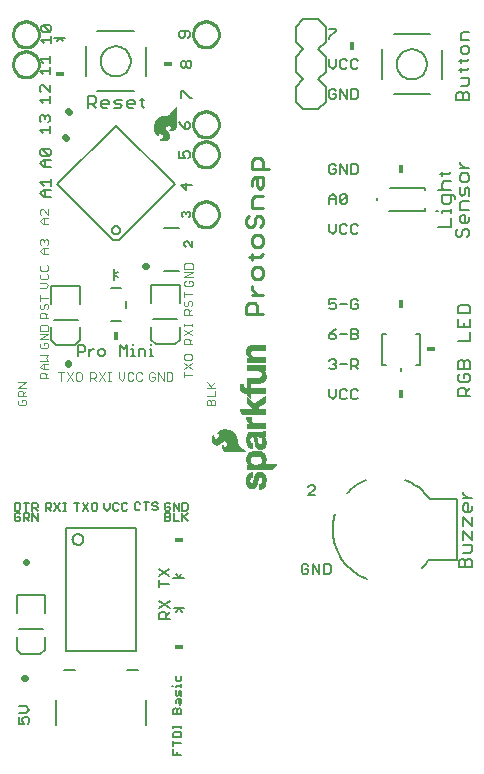
<source format=gto>
G75*
G70*
%OFA0B0*%
%FSLAX24Y24*%
%IPPOS*%
%LPD*%
%AMOC8*
5,1,8,0,0,1.08239X$1,22.5*
%
%ADD10C,0.0100*%
%ADD11C,0.0060*%
%ADD12C,0.0050*%
%ADD13C,0.0040*%
%ADD14C,0.0080*%
%ADD15C,0.0110*%
%ADD16C,0.0220*%
%ADD17R,0.0180X0.0300*%
%ADD18R,0.0300X0.0180*%
%ADD19C,0.0010*%
D10*
X006380Y018963D02*
X006382Y019004D01*
X006388Y019044D01*
X006397Y019084D01*
X006411Y019123D01*
X006428Y019160D01*
X006448Y019195D01*
X006472Y019229D01*
X006499Y019260D01*
X006528Y019288D01*
X006561Y019313D01*
X006595Y019335D01*
X006631Y019354D01*
X006669Y019369D01*
X006709Y019381D01*
X006749Y019389D01*
X006790Y019393D01*
X006830Y019393D01*
X006871Y019389D01*
X006911Y019381D01*
X006951Y019369D01*
X006989Y019354D01*
X007025Y019335D01*
X007059Y019313D01*
X007092Y019288D01*
X007121Y019260D01*
X007148Y019229D01*
X007172Y019195D01*
X007192Y019160D01*
X007209Y019123D01*
X007223Y019084D01*
X007232Y019044D01*
X007238Y019004D01*
X007240Y018963D01*
X007238Y018922D01*
X007232Y018882D01*
X007223Y018842D01*
X007209Y018803D01*
X007192Y018766D01*
X007172Y018731D01*
X007148Y018697D01*
X007121Y018666D01*
X007092Y018638D01*
X007059Y018613D01*
X007025Y018591D01*
X006989Y018572D01*
X006951Y018557D01*
X006911Y018545D01*
X006871Y018537D01*
X006830Y018533D01*
X006790Y018533D01*
X006749Y018537D01*
X006709Y018545D01*
X006669Y018557D01*
X006631Y018572D01*
X006595Y018591D01*
X006561Y018613D01*
X006528Y018638D01*
X006499Y018666D01*
X006472Y018697D01*
X006448Y018731D01*
X006428Y018766D01*
X006411Y018803D01*
X006397Y018842D01*
X006388Y018882D01*
X006382Y018922D01*
X006380Y018963D01*
X006380Y020963D02*
X006382Y021004D01*
X006388Y021044D01*
X006397Y021084D01*
X006411Y021123D01*
X006428Y021160D01*
X006448Y021195D01*
X006472Y021229D01*
X006499Y021260D01*
X006528Y021288D01*
X006561Y021313D01*
X006595Y021335D01*
X006631Y021354D01*
X006669Y021369D01*
X006709Y021381D01*
X006749Y021389D01*
X006790Y021393D01*
X006830Y021393D01*
X006871Y021389D01*
X006911Y021381D01*
X006951Y021369D01*
X006989Y021354D01*
X007025Y021335D01*
X007059Y021313D01*
X007092Y021288D01*
X007121Y021260D01*
X007148Y021229D01*
X007172Y021195D01*
X007192Y021160D01*
X007209Y021123D01*
X007223Y021084D01*
X007232Y021044D01*
X007238Y021004D01*
X007240Y020963D01*
X007238Y020922D01*
X007232Y020882D01*
X007223Y020842D01*
X007209Y020803D01*
X007192Y020766D01*
X007172Y020731D01*
X007148Y020697D01*
X007121Y020666D01*
X007092Y020638D01*
X007059Y020613D01*
X007025Y020591D01*
X006989Y020572D01*
X006951Y020557D01*
X006911Y020545D01*
X006871Y020537D01*
X006830Y020533D01*
X006790Y020533D01*
X006749Y020537D01*
X006709Y020545D01*
X006669Y020557D01*
X006631Y020572D01*
X006595Y020591D01*
X006561Y020613D01*
X006528Y020638D01*
X006499Y020666D01*
X006472Y020697D01*
X006448Y020731D01*
X006428Y020766D01*
X006411Y020803D01*
X006397Y020842D01*
X006388Y020882D01*
X006382Y020922D01*
X006380Y020963D01*
X006380Y021963D02*
X006382Y022004D01*
X006388Y022044D01*
X006397Y022084D01*
X006411Y022123D01*
X006428Y022160D01*
X006448Y022195D01*
X006472Y022229D01*
X006499Y022260D01*
X006528Y022288D01*
X006561Y022313D01*
X006595Y022335D01*
X006631Y022354D01*
X006669Y022369D01*
X006709Y022381D01*
X006749Y022389D01*
X006790Y022393D01*
X006830Y022393D01*
X006871Y022389D01*
X006911Y022381D01*
X006951Y022369D01*
X006989Y022354D01*
X007025Y022335D01*
X007059Y022313D01*
X007092Y022288D01*
X007121Y022260D01*
X007148Y022229D01*
X007172Y022195D01*
X007192Y022160D01*
X007209Y022123D01*
X007223Y022084D01*
X007232Y022044D01*
X007238Y022004D01*
X007240Y021963D01*
X007238Y021922D01*
X007232Y021882D01*
X007223Y021842D01*
X007209Y021803D01*
X007192Y021766D01*
X007172Y021731D01*
X007148Y021697D01*
X007121Y021666D01*
X007092Y021638D01*
X007059Y021613D01*
X007025Y021591D01*
X006989Y021572D01*
X006951Y021557D01*
X006911Y021545D01*
X006871Y021537D01*
X006830Y021533D01*
X006790Y021533D01*
X006749Y021537D01*
X006709Y021545D01*
X006669Y021557D01*
X006631Y021572D01*
X006595Y021591D01*
X006561Y021613D01*
X006528Y021638D01*
X006499Y021666D01*
X006472Y021697D01*
X006448Y021731D01*
X006428Y021766D01*
X006411Y021803D01*
X006397Y021842D01*
X006388Y021882D01*
X006382Y021922D01*
X006380Y021963D01*
X006380Y024963D02*
X006382Y025004D01*
X006388Y025044D01*
X006397Y025084D01*
X006411Y025123D01*
X006428Y025160D01*
X006448Y025195D01*
X006472Y025229D01*
X006499Y025260D01*
X006528Y025288D01*
X006561Y025313D01*
X006595Y025335D01*
X006631Y025354D01*
X006669Y025369D01*
X006709Y025381D01*
X006749Y025389D01*
X006790Y025393D01*
X006830Y025393D01*
X006871Y025389D01*
X006911Y025381D01*
X006951Y025369D01*
X006989Y025354D01*
X007025Y025335D01*
X007059Y025313D01*
X007092Y025288D01*
X007121Y025260D01*
X007148Y025229D01*
X007172Y025195D01*
X007192Y025160D01*
X007209Y025123D01*
X007223Y025084D01*
X007232Y025044D01*
X007238Y025004D01*
X007240Y024963D01*
X007238Y024922D01*
X007232Y024882D01*
X007223Y024842D01*
X007209Y024803D01*
X007192Y024766D01*
X007172Y024731D01*
X007148Y024697D01*
X007121Y024666D01*
X007092Y024638D01*
X007059Y024613D01*
X007025Y024591D01*
X006989Y024572D01*
X006951Y024557D01*
X006911Y024545D01*
X006871Y024537D01*
X006830Y024533D01*
X006790Y024533D01*
X006749Y024537D01*
X006709Y024545D01*
X006669Y024557D01*
X006631Y024572D01*
X006595Y024591D01*
X006561Y024613D01*
X006528Y024638D01*
X006499Y024666D01*
X006472Y024697D01*
X006448Y024731D01*
X006428Y024766D01*
X006411Y024803D01*
X006397Y024842D01*
X006388Y024882D01*
X006382Y024922D01*
X006380Y024963D01*
X000380Y024963D02*
X000382Y025004D01*
X000388Y025044D01*
X000397Y025084D01*
X000411Y025123D01*
X000428Y025160D01*
X000448Y025195D01*
X000472Y025229D01*
X000499Y025260D01*
X000528Y025288D01*
X000561Y025313D01*
X000595Y025335D01*
X000631Y025354D01*
X000669Y025369D01*
X000709Y025381D01*
X000749Y025389D01*
X000790Y025393D01*
X000830Y025393D01*
X000871Y025389D01*
X000911Y025381D01*
X000951Y025369D01*
X000989Y025354D01*
X001025Y025335D01*
X001059Y025313D01*
X001092Y025288D01*
X001121Y025260D01*
X001148Y025229D01*
X001172Y025195D01*
X001192Y025160D01*
X001209Y025123D01*
X001223Y025084D01*
X001232Y025044D01*
X001238Y025004D01*
X001240Y024963D01*
X001238Y024922D01*
X001232Y024882D01*
X001223Y024842D01*
X001209Y024803D01*
X001192Y024766D01*
X001172Y024731D01*
X001148Y024697D01*
X001121Y024666D01*
X001092Y024638D01*
X001059Y024613D01*
X001025Y024591D01*
X000989Y024572D01*
X000951Y024557D01*
X000911Y024545D01*
X000871Y024537D01*
X000830Y024533D01*
X000790Y024533D01*
X000749Y024537D01*
X000709Y024545D01*
X000669Y024557D01*
X000631Y024572D01*
X000595Y024591D01*
X000561Y024613D01*
X000528Y024638D01*
X000499Y024666D01*
X000472Y024697D01*
X000448Y024731D01*
X000428Y024766D01*
X000411Y024803D01*
X000397Y024842D01*
X000388Y024882D01*
X000382Y024922D01*
X000380Y024963D01*
X000380Y023963D02*
X000382Y024004D01*
X000388Y024044D01*
X000397Y024084D01*
X000411Y024123D01*
X000428Y024160D01*
X000448Y024195D01*
X000472Y024229D01*
X000499Y024260D01*
X000528Y024288D01*
X000561Y024313D01*
X000595Y024335D01*
X000631Y024354D01*
X000669Y024369D01*
X000709Y024381D01*
X000749Y024389D01*
X000790Y024393D01*
X000830Y024393D01*
X000871Y024389D01*
X000911Y024381D01*
X000951Y024369D01*
X000989Y024354D01*
X001025Y024335D01*
X001059Y024313D01*
X001092Y024288D01*
X001121Y024260D01*
X001148Y024229D01*
X001172Y024195D01*
X001192Y024160D01*
X001209Y024123D01*
X001223Y024084D01*
X001232Y024044D01*
X001238Y024004D01*
X001240Y023963D01*
X001238Y023922D01*
X001232Y023882D01*
X001223Y023842D01*
X001209Y023803D01*
X001192Y023766D01*
X001172Y023731D01*
X001148Y023697D01*
X001121Y023666D01*
X001092Y023638D01*
X001059Y023613D01*
X001025Y023591D01*
X000989Y023572D01*
X000951Y023557D01*
X000911Y023545D01*
X000871Y023537D01*
X000830Y023533D01*
X000790Y023533D01*
X000749Y023537D01*
X000709Y023545D01*
X000669Y023557D01*
X000631Y023572D01*
X000595Y023591D01*
X000561Y023613D01*
X000528Y023638D01*
X000499Y023666D01*
X000472Y023697D01*
X000448Y023731D01*
X000428Y023766D01*
X000411Y023803D01*
X000397Y023842D01*
X000388Y023882D01*
X000382Y023922D01*
X000380Y023963D01*
D11*
X000580Y001976D02*
X000750Y001976D01*
X000693Y002090D01*
X000693Y002146D01*
X000750Y002203D01*
X000863Y002203D01*
X000920Y002146D01*
X000920Y002033D01*
X000863Y001976D01*
X000580Y001976D02*
X000580Y002203D01*
X000580Y002345D02*
X000807Y002345D01*
X000920Y002458D01*
X000807Y002571D01*
X000580Y002571D01*
X002158Y004416D02*
X002158Y008510D01*
X004462Y008510D01*
X004462Y004416D01*
X002158Y004416D01*
X002361Y008126D02*
X002363Y008152D01*
X002369Y008178D01*
X002378Y008203D01*
X002391Y008226D01*
X002407Y008247D01*
X002426Y008265D01*
X002448Y008281D01*
X002471Y008293D01*
X002496Y008301D01*
X002522Y008306D01*
X002549Y008307D01*
X002575Y008304D01*
X002600Y008297D01*
X002625Y008287D01*
X002647Y008273D01*
X002668Y008256D01*
X002685Y008237D01*
X002700Y008215D01*
X002711Y008191D01*
X002719Y008165D01*
X002723Y008139D01*
X002723Y008113D01*
X002719Y008087D01*
X002711Y008061D01*
X002700Y008037D01*
X002685Y008015D01*
X002668Y007996D01*
X002647Y007979D01*
X002625Y007965D01*
X002600Y007955D01*
X002575Y007948D01*
X002549Y007945D01*
X002522Y007946D01*
X002496Y007951D01*
X002471Y007959D01*
X002448Y007971D01*
X002426Y007987D01*
X002407Y008005D01*
X002391Y008026D01*
X002378Y008049D01*
X002369Y008074D01*
X002363Y008100D01*
X002361Y008126D01*
X005250Y007131D02*
X005590Y006905D01*
X005590Y007131D02*
X005250Y006905D01*
X005250Y006763D02*
X005250Y006536D01*
X005250Y006650D02*
X005590Y006650D01*
X005600Y006061D02*
X005260Y005835D01*
X005316Y005693D02*
X005430Y005693D01*
X005487Y005636D01*
X005487Y005466D01*
X005600Y005466D02*
X005260Y005466D01*
X005260Y005636D01*
X005316Y005693D01*
X005487Y005580D02*
X005600Y005693D01*
X005600Y005835D02*
X005260Y006061D01*
X010000Y007030D02*
X010057Y006973D01*
X010170Y006973D01*
X010227Y007030D01*
X010227Y007143D01*
X010113Y007143D01*
X010000Y007256D02*
X010000Y007030D01*
X010000Y007256D02*
X010057Y007313D01*
X010170Y007313D01*
X010227Y007256D01*
X010368Y007313D02*
X010595Y006973D01*
X010595Y007313D01*
X010737Y007313D02*
X010737Y006973D01*
X010907Y006973D01*
X010963Y007030D01*
X010963Y007256D01*
X010907Y007313D01*
X010737Y007313D01*
X010368Y007313D02*
X010368Y006973D01*
X010437Y009593D02*
X010210Y009593D01*
X010437Y009820D01*
X010437Y009876D01*
X010380Y009933D01*
X010267Y009933D01*
X010210Y009876D01*
X011033Y012793D02*
X011147Y012906D01*
X011147Y013133D01*
X011288Y013076D02*
X011288Y012850D01*
X011345Y012793D01*
X011458Y012793D01*
X011515Y012850D01*
X011657Y012850D02*
X011713Y012793D01*
X011827Y012793D01*
X011883Y012850D01*
X011883Y013076D02*
X011827Y013133D01*
X011713Y013133D01*
X011657Y013076D01*
X011657Y012850D01*
X011515Y013076D02*
X011458Y013133D01*
X011345Y013133D01*
X011288Y013076D01*
X011033Y012793D02*
X010920Y012906D01*
X010920Y013133D01*
X010977Y013793D02*
X010920Y013850D01*
X010977Y013793D02*
X011090Y013793D01*
X011147Y013850D01*
X011147Y013906D01*
X011090Y013963D01*
X011033Y013963D01*
X011090Y013963D02*
X011147Y014020D01*
X011147Y014076D01*
X011090Y014133D01*
X010977Y014133D01*
X010920Y014076D01*
X011288Y013963D02*
X011515Y013963D01*
X011657Y013906D02*
X011827Y013906D01*
X011883Y013963D01*
X011883Y014076D01*
X011827Y014133D01*
X011657Y014133D01*
X011657Y013793D01*
X011770Y013906D02*
X011883Y013793D01*
X011827Y014793D02*
X011657Y014793D01*
X011657Y015133D01*
X011827Y015133D01*
X011883Y015076D01*
X011883Y015020D01*
X011827Y014963D01*
X011657Y014963D01*
X011515Y014963D02*
X011288Y014963D01*
X011147Y014906D02*
X011090Y014963D01*
X010920Y014963D01*
X010920Y014850D01*
X010977Y014793D01*
X011090Y014793D01*
X011147Y014850D01*
X011147Y014906D01*
X011033Y015076D02*
X010920Y014963D01*
X011033Y015076D02*
X011147Y015133D01*
X011090Y015793D02*
X010977Y015793D01*
X010920Y015850D01*
X010920Y015963D02*
X011033Y016020D01*
X011090Y016020D01*
X011147Y015963D01*
X011147Y015850D01*
X011090Y015793D01*
X010920Y015963D02*
X010920Y016133D01*
X011147Y016133D01*
X011288Y015963D02*
X011515Y015963D01*
X011657Y016076D02*
X011657Y015850D01*
X011713Y015793D01*
X011827Y015793D01*
X011883Y015850D01*
X011883Y015963D01*
X011770Y015963D01*
X011657Y016076D02*
X011713Y016133D01*
X011827Y016133D01*
X011883Y016076D01*
X011827Y014963D02*
X011883Y014906D01*
X011883Y014850D01*
X011827Y014793D01*
X011827Y018303D02*
X011883Y018360D01*
X011827Y018303D02*
X011713Y018303D01*
X011657Y018360D01*
X011657Y018586D01*
X011713Y018643D01*
X011827Y018643D01*
X011883Y018586D01*
X011515Y018586D02*
X011458Y018643D01*
X011345Y018643D01*
X011288Y018586D01*
X011288Y018360D01*
X011345Y018303D01*
X011458Y018303D01*
X011515Y018360D01*
X011147Y018416D02*
X011033Y018303D01*
X010920Y018416D01*
X010920Y018643D01*
X011147Y018643D02*
X011147Y018416D01*
X011147Y019303D02*
X011147Y019530D01*
X011033Y019643D01*
X010920Y019530D01*
X010920Y019303D01*
X010920Y019473D02*
X011147Y019473D01*
X011288Y019586D02*
X011345Y019643D01*
X011458Y019643D01*
X011515Y019586D01*
X011288Y019360D01*
X011345Y019303D01*
X011458Y019303D01*
X011515Y019360D01*
X011515Y019586D01*
X011288Y019586D02*
X011288Y019360D01*
X011288Y020303D02*
X011288Y020643D01*
X011515Y020303D01*
X011515Y020643D01*
X011657Y020643D02*
X011827Y020643D01*
X011883Y020586D01*
X011883Y020360D01*
X011827Y020303D01*
X011657Y020303D01*
X011657Y020643D01*
X011147Y020586D02*
X011090Y020643D01*
X010977Y020643D01*
X010920Y020586D01*
X010920Y020360D01*
X010977Y020303D01*
X011090Y020303D01*
X011147Y020360D01*
X011147Y020473D01*
X011033Y020473D01*
X010977Y022803D02*
X011090Y022803D01*
X011147Y022860D01*
X011147Y022973D01*
X011033Y022973D01*
X010920Y023086D02*
X010920Y022860D01*
X010977Y022803D01*
X010920Y023086D02*
X010977Y023143D01*
X011090Y023143D01*
X011147Y023086D01*
X011288Y023143D02*
X011288Y022803D01*
X011515Y022803D02*
X011288Y023143D01*
X011515Y023143D02*
X011515Y022803D01*
X011657Y022803D02*
X011827Y022803D01*
X011883Y022860D01*
X011883Y023086D01*
X011827Y023143D01*
X011657Y023143D01*
X011657Y022803D01*
X011713Y023803D02*
X011657Y023860D01*
X011657Y024086D01*
X011713Y024143D01*
X011827Y024143D01*
X011883Y024086D01*
X011883Y023860D02*
X011827Y023803D01*
X011713Y023803D01*
X011515Y023860D02*
X011458Y023803D01*
X011345Y023803D01*
X011288Y023860D01*
X011288Y024086D01*
X011345Y024143D01*
X011458Y024143D01*
X011515Y024086D01*
X011147Y024143D02*
X011147Y023916D01*
X011033Y023803D01*
X010920Y023916D01*
X010920Y024143D01*
X010920Y024803D02*
X010920Y024860D01*
X011147Y025086D01*
X011147Y025143D01*
X010920Y025143D01*
X005762Y019963D02*
X003909Y018110D01*
X003711Y018110D01*
X001858Y019963D01*
X003810Y021914D01*
X005762Y019963D01*
X004748Y022500D02*
X004679Y022569D01*
X004679Y022844D01*
X004610Y022776D02*
X004748Y022776D01*
X004450Y022707D02*
X004450Y022638D01*
X004175Y022638D01*
X004175Y022569D02*
X004175Y022707D01*
X004244Y022776D01*
X004381Y022776D01*
X004450Y022707D01*
X004381Y022500D02*
X004244Y022500D01*
X004175Y022569D01*
X004015Y022569D02*
X003946Y022638D01*
X003809Y022638D01*
X003740Y022707D01*
X003809Y022776D01*
X004015Y022776D01*
X004015Y022569D02*
X003946Y022500D01*
X003740Y022500D01*
X003580Y022638D02*
X003580Y022707D01*
X003511Y022776D01*
X003374Y022776D01*
X003305Y022707D01*
X003305Y022569D01*
X003374Y022500D01*
X003511Y022500D01*
X003580Y022638D02*
X003305Y022638D01*
X003145Y022707D02*
X003076Y022638D01*
X002870Y022638D01*
X003008Y022638D02*
X003145Y022500D01*
X003145Y022707D02*
X003145Y022844D01*
X003076Y022913D01*
X002870Y022913D01*
X002870Y022500D01*
X003669Y018435D02*
X003671Y018458D01*
X003677Y018481D01*
X003686Y018502D01*
X003699Y018522D01*
X003715Y018539D01*
X003733Y018553D01*
X003753Y018564D01*
X003775Y018572D01*
X003798Y018576D01*
X003822Y018576D01*
X003845Y018572D01*
X003867Y018564D01*
X003887Y018553D01*
X003905Y018539D01*
X003921Y018522D01*
X003934Y018502D01*
X003943Y018481D01*
X003949Y018458D01*
X003951Y018435D01*
X003949Y018412D01*
X003943Y018389D01*
X003934Y018368D01*
X003921Y018348D01*
X003905Y018331D01*
X003887Y018317D01*
X003867Y018306D01*
X003845Y018298D01*
X003822Y018294D01*
X003798Y018294D01*
X003775Y018298D01*
X003753Y018306D01*
X003733Y018317D01*
X003715Y018331D01*
X003699Y018348D01*
X003686Y018368D01*
X003677Y018389D01*
X003671Y018412D01*
X003669Y018435D01*
X004377Y014650D02*
X004377Y014593D01*
X004377Y014480D02*
X004377Y014253D01*
X004321Y014253D02*
X004434Y014253D01*
X004566Y014253D02*
X004566Y014480D01*
X004736Y014480D01*
X004793Y014423D01*
X004793Y014253D01*
X004934Y014253D02*
X005048Y014253D01*
X004991Y014253D02*
X004991Y014480D01*
X004934Y014480D01*
X004991Y014593D02*
X004991Y014650D01*
X004377Y014480D02*
X004321Y014480D01*
X004179Y014593D02*
X004179Y014253D01*
X003952Y014253D02*
X003952Y014593D01*
X004066Y014480D01*
X004179Y014593D01*
X003443Y014423D02*
X003386Y014480D01*
X003272Y014480D01*
X003216Y014423D01*
X003216Y014310D01*
X003272Y014253D01*
X003386Y014253D01*
X003443Y014310D01*
X003443Y014423D01*
X003079Y014480D02*
X003022Y014480D01*
X002909Y014366D01*
X002909Y014253D02*
X002909Y014480D01*
X002767Y014536D02*
X002767Y014423D01*
X002711Y014366D01*
X002540Y014366D01*
X002540Y014253D02*
X002540Y014593D01*
X002711Y014593D01*
X002767Y014536D01*
D12*
X002530Y015443D02*
X001730Y015443D01*
X001635Y019551D02*
X001401Y019551D01*
X001285Y019668D01*
X001401Y019785D01*
X001635Y019785D01*
X001635Y019920D02*
X001635Y020153D01*
X001635Y020036D02*
X001285Y020036D01*
X001401Y019920D01*
X001460Y019785D02*
X001460Y019551D01*
X001460Y020551D02*
X001460Y020785D01*
X001401Y020785D02*
X001635Y020785D01*
X001577Y020920D02*
X001343Y021153D01*
X001577Y021153D01*
X001635Y021095D01*
X001635Y020978D01*
X001577Y020920D01*
X001343Y020920D01*
X001285Y020978D01*
X001285Y021095D01*
X001343Y021153D01*
X001381Y021661D02*
X001265Y021778D01*
X001615Y021778D01*
X001615Y021661D02*
X001615Y021895D01*
X001557Y022030D02*
X001615Y022088D01*
X001615Y022205D01*
X001557Y022263D01*
X001498Y022263D01*
X001440Y022205D01*
X001440Y022146D01*
X001440Y022205D02*
X001381Y022263D01*
X001323Y022263D01*
X001265Y022205D01*
X001265Y022088D01*
X001323Y022030D01*
X001381Y022661D02*
X001265Y022778D01*
X001615Y022778D01*
X001615Y022661D02*
X001615Y022895D01*
X001615Y023030D02*
X001381Y023263D01*
X001323Y023263D01*
X001265Y023205D01*
X001265Y023088D01*
X001323Y023030D01*
X001615Y023030D02*
X001615Y023263D01*
X001625Y023641D02*
X001625Y023875D01*
X001625Y023758D02*
X001275Y023758D01*
X001391Y023641D01*
X001391Y024010D02*
X001275Y024126D01*
X001625Y024126D01*
X001625Y024010D02*
X001625Y024243D01*
X001655Y024671D02*
X001655Y024905D01*
X001655Y024788D02*
X001305Y024788D01*
X001421Y024671D01*
X001363Y025040D02*
X001305Y025098D01*
X001305Y025215D01*
X001363Y025273D01*
X001597Y025040D01*
X001655Y025098D01*
X001655Y025215D01*
X001597Y025273D01*
X001363Y025273D01*
X001363Y025040D02*
X001597Y025040D01*
X001401Y020785D02*
X001285Y020668D01*
X001401Y020551D01*
X001635Y020551D01*
X005060Y015463D02*
X005860Y015463D01*
X006130Y017883D02*
X006085Y017928D01*
X006085Y018018D01*
X006130Y018063D01*
X006175Y018063D01*
X006355Y017883D01*
X006355Y018063D01*
X006230Y018873D02*
X006275Y018918D01*
X006275Y019008D01*
X006230Y019053D01*
X006185Y019053D01*
X006140Y019008D01*
X006140Y018963D01*
X006140Y019008D02*
X006095Y019053D01*
X006050Y019053D01*
X006005Y019008D01*
X006005Y018918D01*
X006050Y018873D01*
X006160Y019770D02*
X006160Y020003D01*
X006335Y019945D02*
X005985Y019945D01*
X006160Y019770D01*
X006217Y020830D02*
X006275Y020888D01*
X006275Y021005D01*
X006217Y021063D01*
X006100Y021063D01*
X006041Y021005D01*
X006041Y020946D01*
X006100Y020830D01*
X005925Y020830D01*
X005925Y021063D01*
X006100Y021810D02*
X006100Y021985D01*
X006158Y022043D01*
X006217Y022043D01*
X006275Y021985D01*
X006275Y021868D01*
X006217Y021810D01*
X006100Y021810D01*
X005983Y021926D01*
X005925Y022043D01*
X005995Y022830D02*
X005995Y023063D01*
X006053Y023063D01*
X006287Y022830D01*
X006345Y022830D01*
X006267Y023850D02*
X006208Y023850D01*
X006150Y023908D01*
X006150Y024025D01*
X006208Y024083D01*
X006267Y024083D01*
X006325Y024025D01*
X006325Y023908D01*
X006267Y023850D01*
X006150Y023908D02*
X006091Y023850D01*
X006033Y023850D01*
X005975Y023908D01*
X005975Y024025D01*
X006033Y024083D01*
X006091Y024083D01*
X006150Y024025D01*
X006217Y024850D02*
X006275Y024908D01*
X006275Y025025D01*
X006217Y025083D01*
X005983Y025083D01*
X005925Y025025D01*
X005925Y024908D01*
X005983Y024850D01*
X006041Y024850D01*
X006100Y024908D01*
X006100Y025083D01*
X012527Y019494D02*
X012527Y019435D01*
X012920Y019073D02*
X014097Y019073D01*
X014097Y019164D01*
X014097Y019762D02*
X014097Y019845D01*
X012932Y019845D01*
X006159Y009358D02*
X006024Y009358D01*
X006024Y009088D01*
X006159Y009088D01*
X006204Y009133D01*
X006204Y009313D01*
X006159Y009358D01*
X005910Y009358D02*
X005910Y009088D01*
X005730Y009358D01*
X005730Y009088D01*
X005730Y009008D02*
X005730Y008738D01*
X005910Y008738D01*
X006024Y008738D02*
X006024Y009008D01*
X006069Y008873D02*
X006204Y008738D01*
X006024Y008828D02*
X006204Y009008D01*
X005615Y008963D02*
X005615Y008918D01*
X005570Y008873D01*
X005435Y008873D01*
X005435Y009008D02*
X005570Y009008D01*
X005615Y008963D01*
X005570Y008873D02*
X005615Y008828D01*
X005615Y008783D01*
X005570Y008738D01*
X005435Y008738D01*
X005435Y009008D01*
X005480Y009088D02*
X005570Y009088D01*
X005615Y009133D01*
X005615Y009223D01*
X005525Y009223D01*
X005435Y009313D02*
X005435Y009133D01*
X005480Y009088D01*
X005435Y009313D02*
X005480Y009358D01*
X005570Y009358D01*
X005615Y009313D01*
X005204Y009323D02*
X005159Y009368D01*
X005069Y009368D01*
X005024Y009323D01*
X005024Y009278D01*
X005069Y009233D01*
X005159Y009233D01*
X005204Y009188D01*
X005204Y009143D01*
X005159Y009098D01*
X005069Y009098D01*
X005024Y009143D01*
X004910Y009368D02*
X004730Y009368D01*
X004820Y009368D02*
X004820Y009098D01*
X004615Y009143D02*
X004570Y009098D01*
X004480Y009098D01*
X004435Y009143D01*
X004435Y009323D01*
X004480Y009368D01*
X004570Y009368D01*
X004615Y009323D01*
X004194Y009313D02*
X004149Y009358D01*
X004059Y009358D01*
X004014Y009313D01*
X004014Y009133D01*
X004059Y009088D01*
X004149Y009088D01*
X004194Y009133D01*
X003900Y009133D02*
X003855Y009088D01*
X003765Y009088D01*
X003720Y009133D01*
X003720Y009313D01*
X003765Y009358D01*
X003855Y009358D01*
X003900Y009313D01*
X003605Y009358D02*
X003605Y009178D01*
X003515Y009088D01*
X003425Y009178D01*
X003425Y009358D01*
X003184Y009313D02*
X003184Y009133D01*
X003139Y009088D01*
X003049Y009088D01*
X003004Y009133D01*
X003004Y009313D01*
X003049Y009358D01*
X003139Y009358D01*
X003184Y009313D01*
X002890Y009358D02*
X002710Y009088D01*
X002890Y009088D02*
X002710Y009358D01*
X002595Y009358D02*
X002415Y009358D01*
X002505Y009358D02*
X002505Y009088D01*
X002144Y009088D02*
X002054Y009088D01*
X002099Y009088D02*
X002099Y009358D01*
X002054Y009358D02*
X002144Y009358D01*
X001940Y009358D02*
X001760Y009088D01*
X001645Y009088D02*
X001555Y009178D01*
X001600Y009178D02*
X001465Y009178D01*
X001465Y009088D02*
X001465Y009358D01*
X001600Y009358D01*
X001645Y009313D01*
X001645Y009223D01*
X001600Y009178D01*
X001760Y009358D02*
X001940Y009088D01*
X001204Y009088D02*
X001114Y009178D01*
X001159Y009178D02*
X001024Y009178D01*
X001024Y009088D02*
X001024Y009358D01*
X001159Y009358D01*
X001204Y009313D01*
X001204Y009223D01*
X001159Y009178D01*
X001204Y009008D02*
X001204Y008738D01*
X001024Y009008D01*
X001024Y008738D01*
X000910Y008738D02*
X000820Y008828D01*
X000865Y008828D02*
X000730Y008828D01*
X000730Y008738D02*
X000730Y009008D01*
X000865Y009008D01*
X000910Y008963D01*
X000910Y008873D01*
X000865Y008828D01*
X000820Y009088D02*
X000820Y009358D01*
X000730Y009358D02*
X000910Y009358D01*
X000615Y009313D02*
X000615Y009133D01*
X000570Y009088D01*
X000435Y009088D01*
X000435Y009358D01*
X000570Y009358D01*
X000615Y009313D01*
X000570Y009008D02*
X000480Y009008D01*
X000435Y008963D01*
X000435Y008783D01*
X000480Y008738D01*
X000570Y008738D01*
X000615Y008783D01*
X000615Y008873D01*
X000525Y008873D01*
X000615Y008963D02*
X000570Y009008D01*
X000570Y005133D02*
X001370Y005133D01*
X005680Y003252D02*
X005725Y003252D01*
X005815Y003252D02*
X005995Y003252D01*
X005995Y003207D02*
X005995Y003297D01*
X005950Y003403D02*
X005995Y003448D01*
X005995Y003583D01*
X005815Y003583D02*
X005815Y003448D01*
X005860Y003403D01*
X005950Y003403D01*
X005815Y003252D02*
X005815Y003207D01*
X005815Y003092D02*
X005815Y002957D01*
X005860Y002912D01*
X005905Y002957D01*
X005905Y003047D01*
X005950Y003092D01*
X005995Y003047D01*
X005995Y002912D01*
X005995Y002798D02*
X005995Y002663D01*
X005950Y002618D01*
X005905Y002663D01*
X005905Y002798D01*
X005860Y002798D02*
X005995Y002798D01*
X005860Y002798D02*
X005815Y002753D01*
X005815Y002663D01*
X005815Y002503D02*
X005860Y002458D01*
X005860Y002323D01*
X005860Y002458D02*
X005905Y002503D01*
X005950Y002503D01*
X005995Y002458D01*
X005995Y002323D01*
X005725Y002323D01*
X005725Y002458D01*
X005770Y002503D01*
X005815Y002503D01*
X005725Y001922D02*
X005725Y001832D01*
X005725Y001877D02*
X005995Y001877D01*
X005995Y001832D02*
X005995Y001922D01*
X005950Y001717D02*
X005770Y001717D01*
X005725Y001672D01*
X005725Y001537D01*
X005995Y001537D01*
X005995Y001672D01*
X005950Y001717D01*
X005725Y001423D02*
X005725Y001242D01*
X005725Y001333D02*
X005995Y001333D01*
X005860Y001038D02*
X005860Y000948D01*
X005995Y000948D02*
X005725Y000948D01*
X005725Y001128D01*
D13*
X006830Y012599D02*
X006830Y012739D01*
X006876Y012786D01*
X006923Y012786D01*
X006970Y012739D01*
X006970Y012599D01*
X006970Y012739D02*
X007017Y012786D01*
X007063Y012786D01*
X007110Y012739D01*
X007110Y012599D01*
X006830Y012599D01*
X006830Y012894D02*
X007110Y012894D01*
X007110Y013080D01*
X007110Y013188D02*
X006830Y013188D01*
X006970Y013235D02*
X007110Y013375D01*
X007017Y013188D02*
X006830Y013375D01*
X006350Y013622D02*
X006070Y013622D01*
X006070Y013529D02*
X006070Y013716D01*
X006070Y013824D02*
X006350Y014010D01*
X006303Y014118D02*
X006350Y014165D01*
X006350Y014258D01*
X006303Y014305D01*
X006116Y014305D01*
X006070Y014258D01*
X006070Y014165D01*
X006116Y014118D01*
X006303Y014118D01*
X006070Y014010D02*
X006350Y013824D01*
X006360Y014637D02*
X006080Y014637D01*
X006080Y014777D01*
X006126Y014824D01*
X006220Y014824D01*
X006267Y014777D01*
X006267Y014637D01*
X006267Y014731D02*
X006360Y014824D01*
X006360Y014932D02*
X006080Y015119D01*
X006080Y015226D02*
X006080Y015320D01*
X006080Y015273D02*
X006360Y015273D01*
X006360Y015226D02*
X006360Y015320D01*
X006360Y015119D02*
X006080Y014932D01*
X006070Y015609D02*
X006070Y015749D01*
X006116Y015796D01*
X006210Y015796D01*
X006257Y015749D01*
X006257Y015609D01*
X006350Y015609D02*
X006070Y015609D01*
X006257Y015702D02*
X006350Y015796D01*
X006303Y015904D02*
X006350Y015950D01*
X006350Y016044D01*
X006303Y016090D01*
X006257Y016090D01*
X006210Y016044D01*
X006210Y015950D01*
X006163Y015904D01*
X006116Y015904D01*
X006070Y015950D01*
X006070Y016044D01*
X006116Y016090D01*
X006070Y016198D02*
X006070Y016385D01*
X006070Y016292D02*
X006350Y016292D01*
X006323Y016569D02*
X006370Y016616D01*
X006370Y016709D01*
X006323Y016756D01*
X006230Y016756D01*
X006230Y016662D01*
X006323Y016569D02*
X006136Y016569D01*
X006090Y016616D01*
X006090Y016709D01*
X006136Y016756D01*
X006090Y016864D02*
X006370Y017050D01*
X006090Y017050D01*
X006090Y017158D02*
X006090Y017298D01*
X006136Y017345D01*
X006323Y017345D01*
X006370Y017298D01*
X006370Y017158D01*
X006090Y017158D01*
X006090Y016864D02*
X006370Y016864D01*
X005645Y013693D02*
X005505Y013693D01*
X005505Y013413D01*
X005645Y013413D01*
X005692Y013460D01*
X005692Y013646D01*
X005645Y013693D01*
X005398Y013693D02*
X005398Y013413D01*
X005211Y013693D01*
X005211Y013413D01*
X005103Y013460D02*
X005103Y013553D01*
X005009Y013553D01*
X004916Y013646D02*
X004916Y013460D01*
X004963Y013413D01*
X005056Y013413D01*
X005103Y013460D01*
X005103Y013646D02*
X005056Y013693D01*
X004963Y013693D01*
X004916Y013646D01*
X004682Y013646D02*
X004635Y013693D01*
X004542Y013693D01*
X004495Y013646D01*
X004495Y013460D01*
X004542Y013413D01*
X004635Y013413D01*
X004682Y013460D01*
X004388Y013460D02*
X004341Y013413D01*
X004247Y013413D01*
X004201Y013460D01*
X004201Y013646D01*
X004247Y013693D01*
X004341Y013693D01*
X004388Y013646D01*
X004093Y013693D02*
X004093Y013506D01*
X003999Y013413D01*
X003906Y013506D01*
X003906Y013693D01*
X003637Y013693D02*
X003544Y013693D01*
X003590Y013693D02*
X003590Y013413D01*
X003544Y013413D02*
X003637Y013413D01*
X003436Y013413D02*
X003249Y013693D01*
X003141Y013646D02*
X003141Y013553D01*
X003094Y013506D01*
X002954Y013506D01*
X002954Y013413D02*
X002954Y013693D01*
X003094Y013693D01*
X003141Y013646D01*
X003048Y013506D02*
X003141Y013413D01*
X003249Y013413D02*
X003436Y013693D01*
X002662Y013646D02*
X002615Y013693D01*
X002522Y013693D01*
X002475Y013646D01*
X002475Y013460D01*
X002522Y013413D01*
X002615Y013413D01*
X002662Y013460D01*
X002662Y013646D01*
X002368Y013693D02*
X002181Y013413D01*
X002368Y013413D02*
X002181Y013693D01*
X002073Y013693D02*
X001886Y013693D01*
X001979Y013693D02*
X001979Y013413D01*
X001560Y013499D02*
X001280Y013499D01*
X001280Y013639D01*
X001326Y013686D01*
X001420Y013686D01*
X001467Y013639D01*
X001467Y013499D01*
X001467Y013592D02*
X001560Y013686D01*
X001560Y013794D02*
X001373Y013794D01*
X001280Y013887D01*
X001373Y013980D01*
X001560Y013980D01*
X001560Y014088D02*
X001467Y014182D01*
X001560Y014275D01*
X001280Y014275D01*
X001280Y014088D02*
X001560Y014088D01*
X001420Y013980D02*
X001420Y013794D01*
X001326Y014499D02*
X001513Y014499D01*
X001560Y014546D01*
X001560Y014639D01*
X001513Y014686D01*
X001420Y014686D01*
X001420Y014592D01*
X001326Y014499D02*
X001280Y014546D01*
X001280Y014639D01*
X001326Y014686D01*
X001280Y014794D02*
X001560Y014980D01*
X001280Y014980D01*
X001280Y015088D02*
X001280Y015228D01*
X001326Y015275D01*
X001513Y015275D01*
X001560Y015228D01*
X001560Y015088D01*
X001280Y015088D01*
X001280Y014794D02*
X001560Y014794D01*
X001560Y015499D02*
X001280Y015499D01*
X001280Y015639D01*
X001326Y015686D01*
X001420Y015686D01*
X001467Y015639D01*
X001467Y015499D01*
X001467Y015592D02*
X001560Y015686D01*
X001513Y015794D02*
X001560Y015840D01*
X001560Y015934D01*
X001513Y015980D01*
X001467Y015980D01*
X001420Y015934D01*
X001420Y015840D01*
X001373Y015794D01*
X001326Y015794D01*
X001280Y015840D01*
X001280Y015934D01*
X001326Y015980D01*
X001280Y016088D02*
X001280Y016275D01*
X001280Y016182D02*
X001560Y016182D01*
X001467Y016499D02*
X001560Y016592D01*
X001467Y016686D01*
X001280Y016686D01*
X001326Y016794D02*
X001280Y016840D01*
X001280Y016934D01*
X001326Y016980D01*
X001326Y017088D02*
X001280Y017135D01*
X001280Y017228D01*
X001326Y017275D01*
X001326Y017088D02*
X001513Y017088D01*
X001560Y017135D01*
X001560Y017228D01*
X001513Y017275D01*
X001513Y016980D02*
X001560Y016934D01*
X001560Y016840D01*
X001513Y016794D01*
X001326Y016794D01*
X001280Y016499D02*
X001467Y016499D01*
X001420Y017644D02*
X001420Y017830D01*
X001373Y017830D02*
X001560Y017830D01*
X001513Y017938D02*
X001560Y017985D01*
X001560Y018078D01*
X001513Y018125D01*
X001467Y018125D01*
X001420Y018078D01*
X001420Y018032D01*
X001420Y018078D02*
X001373Y018125D01*
X001326Y018125D01*
X001280Y018078D01*
X001280Y017985D01*
X001326Y017938D01*
X001373Y017830D02*
X001280Y017737D01*
X001373Y017644D01*
X001560Y017644D01*
X001560Y018644D02*
X001373Y018644D01*
X001280Y018737D01*
X001373Y018830D01*
X001560Y018830D01*
X001560Y018938D02*
X001373Y019125D01*
X001326Y019125D01*
X001280Y019078D01*
X001280Y018985D01*
X001326Y018938D01*
X001420Y018830D02*
X001420Y018644D01*
X001560Y018938D02*
X001560Y019125D01*
X000810Y013375D02*
X000530Y013375D01*
X000530Y013188D02*
X000810Y013375D01*
X000810Y013188D02*
X000530Y013188D01*
X000576Y013080D02*
X000670Y013080D01*
X000717Y013034D01*
X000717Y012894D01*
X000717Y012987D02*
X000810Y013080D01*
X000810Y012894D02*
X000530Y012894D01*
X000530Y013034D01*
X000576Y013080D01*
X000576Y012786D02*
X000530Y012739D01*
X000530Y012646D01*
X000576Y012599D01*
X000763Y012599D01*
X000810Y012646D01*
X000810Y012739D01*
X000763Y012786D01*
X000670Y012786D01*
X000670Y012692D01*
D14*
X001815Y014609D02*
X002445Y014609D01*
X002602Y014766D01*
X002602Y015199D01*
X002602Y015987D02*
X002602Y016577D01*
X001658Y016577D01*
X001658Y015987D01*
X001658Y015199D02*
X001658Y014766D01*
X001815Y014609D01*
X003641Y015403D02*
X003979Y015403D01*
X004129Y015857D02*
X004129Y016069D01*
X003979Y016523D02*
X003641Y016523D01*
X003740Y016784D02*
X003740Y016965D01*
X003862Y017057D01*
X003740Y017146D02*
X003740Y016965D01*
X003746Y016955D02*
X003862Y016879D01*
X004988Y016597D02*
X004988Y016007D01*
X004988Y016597D02*
X005932Y016597D01*
X005932Y016007D01*
X005932Y015219D02*
X005932Y014786D01*
X005775Y014629D01*
X005145Y014629D01*
X004988Y014786D01*
X004988Y015219D01*
X005411Y017079D02*
X005923Y017079D01*
X005923Y018496D02*
X005411Y018496D01*
X004406Y023063D02*
X003194Y023063D01*
X002800Y023575D02*
X002800Y024563D01*
X003194Y025063D02*
X004406Y025063D01*
X004800Y024551D02*
X004800Y023575D01*
X003300Y024063D02*
X003302Y024107D01*
X003308Y024151D01*
X003318Y024194D01*
X003331Y024236D01*
X003348Y024277D01*
X003369Y024316D01*
X003393Y024353D01*
X003420Y024388D01*
X003450Y024420D01*
X003483Y024450D01*
X003519Y024476D01*
X003556Y024500D01*
X003596Y024519D01*
X003637Y024536D01*
X003680Y024548D01*
X003723Y024557D01*
X003767Y024562D01*
X003811Y024563D01*
X003855Y024560D01*
X003899Y024553D01*
X003942Y024542D01*
X003984Y024528D01*
X004024Y024510D01*
X004063Y024488D01*
X004099Y024464D01*
X004133Y024436D01*
X004165Y024405D01*
X004194Y024371D01*
X004220Y024335D01*
X004242Y024297D01*
X004261Y024257D01*
X004276Y024215D01*
X004288Y024173D01*
X004296Y024129D01*
X004300Y024085D01*
X004300Y024041D01*
X004296Y023997D01*
X004288Y023953D01*
X004276Y023911D01*
X004261Y023869D01*
X004242Y023829D01*
X004220Y023791D01*
X004194Y023755D01*
X004165Y023721D01*
X004133Y023690D01*
X004099Y023662D01*
X004063Y023638D01*
X004024Y023616D01*
X003984Y023598D01*
X003942Y023584D01*
X003899Y023573D01*
X003855Y023566D01*
X003811Y023563D01*
X003767Y023564D01*
X003723Y023569D01*
X003680Y023578D01*
X003637Y023590D01*
X003596Y023607D01*
X003556Y023626D01*
X003519Y023650D01*
X003483Y023676D01*
X003450Y023706D01*
X003420Y023738D01*
X003393Y023773D01*
X003369Y023810D01*
X003348Y023849D01*
X003331Y023890D01*
X003318Y023932D01*
X003308Y023975D01*
X003302Y024019D01*
X003300Y024063D01*
X002123Y024853D02*
X001942Y024853D01*
X002034Y024731D01*
X001942Y024853D02*
X001761Y024853D01*
X001856Y024731D02*
X001932Y024847D01*
X009810Y024713D02*
X009810Y025213D01*
X010060Y025463D01*
X010560Y025463D01*
X010810Y025213D01*
X010810Y024713D01*
X010560Y024463D01*
X010810Y024213D01*
X010810Y023713D01*
X010560Y023463D01*
X010810Y023213D01*
X010810Y022713D01*
X010560Y022463D01*
X010060Y022463D01*
X009810Y022713D01*
X009810Y023213D01*
X010060Y023463D01*
X009810Y023713D01*
X009810Y024213D01*
X010060Y024463D01*
X009810Y024713D01*
X012670Y024463D02*
X012670Y023475D01*
X013064Y022963D02*
X014276Y022963D01*
X014670Y023475D02*
X014670Y024451D01*
X014276Y024963D02*
X013064Y024963D01*
X013170Y023963D02*
X013172Y024007D01*
X013178Y024051D01*
X013188Y024094D01*
X013201Y024136D01*
X013218Y024177D01*
X013239Y024216D01*
X013263Y024253D01*
X013290Y024288D01*
X013320Y024320D01*
X013353Y024350D01*
X013389Y024376D01*
X013426Y024400D01*
X013466Y024419D01*
X013507Y024436D01*
X013550Y024448D01*
X013593Y024457D01*
X013637Y024462D01*
X013681Y024463D01*
X013725Y024460D01*
X013769Y024453D01*
X013812Y024442D01*
X013854Y024428D01*
X013894Y024410D01*
X013933Y024388D01*
X013969Y024364D01*
X014003Y024336D01*
X014035Y024305D01*
X014064Y024271D01*
X014090Y024235D01*
X014112Y024197D01*
X014131Y024157D01*
X014146Y024115D01*
X014158Y024073D01*
X014166Y024029D01*
X014170Y023985D01*
X014170Y023941D01*
X014166Y023897D01*
X014158Y023853D01*
X014146Y023811D01*
X014131Y023769D01*
X014112Y023729D01*
X014090Y023691D01*
X014064Y023655D01*
X014035Y023621D01*
X014003Y023590D01*
X013969Y023562D01*
X013933Y023538D01*
X013894Y023516D01*
X013854Y023498D01*
X013812Y023484D01*
X013769Y023473D01*
X013725Y023466D01*
X013681Y023463D01*
X013637Y023464D01*
X013593Y023469D01*
X013550Y023478D01*
X013507Y023490D01*
X013466Y023507D01*
X013426Y023526D01*
X013389Y023550D01*
X013353Y023576D01*
X013320Y023606D01*
X013290Y023638D01*
X013263Y023673D01*
X013239Y023710D01*
X013218Y023749D01*
X013201Y023790D01*
X013188Y023832D01*
X013178Y023875D01*
X013172Y023919D01*
X013170Y023963D01*
X015230Y024071D02*
X015510Y024071D01*
X015580Y024141D01*
X015510Y024307D02*
X015580Y024378D01*
X015580Y024518D01*
X015510Y024588D01*
X015370Y024588D01*
X015300Y024518D01*
X015300Y024378D01*
X015370Y024307D01*
X015510Y024307D01*
X015300Y024141D02*
X015300Y024001D01*
X015300Y023834D02*
X015300Y023694D01*
X015230Y023764D02*
X015510Y023764D01*
X015580Y023834D01*
X015580Y023513D02*
X015300Y023513D01*
X015300Y023233D02*
X015510Y023233D01*
X015580Y023303D01*
X015580Y023513D01*
X015510Y023053D02*
X015580Y022983D01*
X015580Y022773D01*
X015160Y022773D01*
X015160Y022983D01*
X015230Y023053D01*
X015300Y023053D01*
X015370Y022983D01*
X015370Y022773D01*
X015370Y022983D02*
X015440Y023053D01*
X015510Y023053D01*
X015580Y024768D02*
X015300Y024768D01*
X015300Y024978D01*
X015370Y025048D01*
X015580Y025048D01*
X015290Y020715D02*
X015290Y020645D01*
X015430Y020505D01*
X015570Y020505D02*
X015290Y020505D01*
X015360Y020325D02*
X015290Y020255D01*
X015290Y020114D01*
X015360Y020044D01*
X015500Y020044D01*
X015570Y020114D01*
X015570Y020255D01*
X015500Y020325D01*
X015360Y020325D01*
X015290Y019864D02*
X015290Y019654D01*
X015360Y019584D01*
X015430Y019654D01*
X015430Y019794D01*
X015500Y019864D01*
X015570Y019794D01*
X015570Y019584D01*
X015570Y019404D02*
X015360Y019404D01*
X015290Y019334D01*
X015290Y019124D01*
X015570Y019124D01*
X015430Y018943D02*
X015430Y018663D01*
X015500Y018663D02*
X015360Y018663D01*
X015290Y018733D01*
X015290Y018873D01*
X015360Y018943D01*
X015430Y018943D01*
X015570Y018873D02*
X015570Y018733D01*
X015500Y018663D01*
X015500Y018483D02*
X015570Y018413D01*
X015570Y018273D01*
X015500Y018203D01*
X015360Y018273D02*
X015360Y018413D01*
X015430Y018483D01*
X015500Y018483D01*
X015360Y018273D02*
X015290Y018203D01*
X015220Y018203D01*
X015150Y018273D01*
X015150Y018413D01*
X015220Y018483D01*
X014970Y018553D02*
X014970Y018833D01*
X014970Y019013D02*
X014970Y019153D01*
X014970Y019083D02*
X014690Y019083D01*
X014690Y019013D01*
X014550Y019083D02*
X014480Y019083D01*
X014760Y019320D02*
X014690Y019390D01*
X014690Y019600D01*
X015040Y019600D01*
X015110Y019530D01*
X015110Y019460D01*
X014970Y019390D02*
X014970Y019600D01*
X014970Y019781D02*
X014550Y019781D01*
X014690Y019851D02*
X014690Y019991D01*
X014760Y020061D01*
X014970Y020061D01*
X014900Y020311D02*
X014970Y020381D01*
X014900Y020311D02*
X014620Y020311D01*
X014690Y020241D02*
X014690Y020381D01*
X014690Y019851D02*
X014760Y019781D01*
X014970Y019390D02*
X014900Y019320D01*
X014760Y019320D01*
X014550Y018553D02*
X014970Y018553D01*
X015270Y015945D02*
X015200Y015875D01*
X015200Y015665D01*
X015620Y015665D01*
X015620Y015875D01*
X015550Y015945D01*
X015270Y015945D01*
X015200Y015485D02*
X015200Y015205D01*
X015620Y015205D01*
X015620Y015485D01*
X015410Y015345D02*
X015410Y015205D01*
X015620Y015025D02*
X015620Y014744D01*
X015200Y014744D01*
X015270Y014104D02*
X015200Y014034D01*
X015200Y013824D01*
X015620Y013824D01*
X015620Y014034D01*
X015550Y014104D01*
X015480Y014104D01*
X015410Y014034D01*
X015410Y013824D01*
X015410Y013643D02*
X015410Y013503D01*
X015410Y013643D02*
X015550Y013643D01*
X015620Y013573D01*
X015620Y013433D01*
X015550Y013363D01*
X015270Y013363D01*
X015200Y013433D01*
X015200Y013573D01*
X015270Y013643D01*
X015270Y013183D02*
X015410Y013183D01*
X015480Y013113D01*
X015480Y012903D01*
X015480Y013043D02*
X015620Y013183D01*
X015620Y012903D02*
X015200Y012903D01*
X015200Y013113D01*
X015270Y013183D01*
X015410Y014034D02*
X015340Y014104D01*
X015270Y014104D01*
X013940Y013951D02*
X013822Y013951D01*
X013940Y013951D02*
X013940Y014975D01*
X013822Y014975D01*
X013310Y013833D02*
X013310Y013754D01*
X012798Y013951D02*
X012680Y013951D01*
X012680Y014975D01*
X012798Y014975D01*
X015390Y009715D02*
X015390Y009645D01*
X015530Y009505D01*
X015670Y009505D02*
X015390Y009505D01*
X015460Y009325D02*
X015390Y009255D01*
X015390Y009114D01*
X015460Y009044D01*
X015600Y009044D01*
X015670Y009114D01*
X015670Y009255D01*
X015530Y009325D02*
X015530Y009044D01*
X015670Y008864D02*
X015670Y008584D01*
X015390Y008864D01*
X015390Y008584D01*
X015390Y008404D02*
X015670Y008124D01*
X015670Y008404D01*
X015390Y008404D02*
X015390Y008124D01*
X015390Y007943D02*
X015670Y007943D01*
X015670Y007733D01*
X015600Y007663D01*
X015390Y007663D01*
X015390Y007483D02*
X015460Y007413D01*
X015460Y007203D01*
X015670Y007203D02*
X015670Y007413D01*
X015600Y007483D01*
X015530Y007483D01*
X015460Y007413D01*
X015390Y007483D02*
X015320Y007483D01*
X015250Y007413D01*
X015250Y007203D01*
X015670Y007203D01*
X015172Y007439D02*
X014227Y007439D01*
X015172Y007439D02*
X015172Y009486D01*
X014267Y009486D01*
X015460Y009325D02*
X015530Y009325D01*
X014228Y007439D02*
X014189Y007380D01*
X014148Y007323D01*
X014105Y007267D01*
X014059Y007214D01*
X014010Y007163D01*
X012160Y010113D02*
X012087Y010082D01*
X012015Y010047D01*
X011945Y010010D01*
X011877Y009969D01*
X011810Y009925D01*
X011745Y009878D01*
X011683Y009828D01*
X011623Y009776D01*
X011565Y009721D01*
X011510Y009663D01*
X011110Y008963D02*
X011087Y008880D01*
X011069Y008797D01*
X011054Y008713D01*
X011044Y008628D01*
X011038Y008543D01*
X011036Y008457D01*
X011038Y008372D01*
X011044Y008287D01*
X011055Y008202D01*
X011069Y008118D01*
X011088Y008034D01*
X011110Y007952D01*
X011137Y007871D01*
X011167Y007791D01*
X011201Y007713D01*
X011239Y007636D01*
X011281Y007562D01*
X011326Y007489D01*
X011375Y007419D01*
X011427Y007352D01*
X011482Y007286D01*
X011541Y007224D01*
X011602Y007165D01*
X011666Y007108D01*
X011733Y007055D01*
X011802Y007005D01*
X011874Y006958D01*
X011947Y006915D01*
X012023Y006876D01*
X012101Y006840D01*
X012180Y006809D01*
X014266Y009486D02*
X014212Y009555D01*
X014154Y009622D01*
X014094Y009685D01*
X014031Y009746D01*
X013965Y009804D01*
X013896Y009859D01*
X013825Y009910D01*
X013752Y009958D01*
X013677Y010003D01*
X013599Y010045D01*
X013520Y010082D01*
X013439Y010116D01*
X006089Y006843D02*
X005908Y006843D01*
X005816Y006965D01*
X005727Y006843D02*
X005908Y006843D01*
X005918Y006849D02*
X005994Y006965D01*
X005912Y005833D02*
X005731Y005833D01*
X005826Y005711D02*
X005902Y005827D01*
X005912Y005833D02*
X006004Y005711D01*
X006093Y005833D02*
X005912Y005833D01*
X004530Y003762D02*
X004176Y003762D01*
X004806Y002778D02*
X004806Y001951D01*
X002444Y003762D02*
X002090Y003762D01*
X001442Y004456D02*
X001442Y004889D01*
X001442Y004456D02*
X001285Y004299D01*
X000655Y004299D01*
X000498Y004456D01*
X000498Y004889D01*
X000498Y005677D02*
X000498Y006267D01*
X001442Y006267D01*
X001442Y005677D01*
X001814Y002778D02*
X001814Y001951D01*
D15*
X008134Y015628D02*
X008134Y015923D01*
X008233Y016022D01*
X008430Y016022D01*
X008528Y015923D01*
X008528Y015628D01*
X008725Y015628D02*
X008134Y015628D01*
X008331Y016272D02*
X008725Y016272D01*
X008528Y016272D02*
X008331Y016469D01*
X008331Y016568D01*
X008430Y016810D02*
X008331Y016908D01*
X008331Y017105D01*
X008430Y017203D01*
X008627Y017203D01*
X008725Y017105D01*
X008725Y016908D01*
X008627Y016810D01*
X008430Y016810D01*
X008331Y017454D02*
X008331Y017651D01*
X008233Y017552D02*
X008627Y017552D01*
X008725Y017651D01*
X008627Y017884D02*
X008430Y017884D01*
X008331Y017982D01*
X008331Y018179D01*
X008430Y018277D01*
X008627Y018277D01*
X008725Y018179D01*
X008725Y017982D01*
X008627Y017884D01*
X008627Y018528D02*
X008725Y018627D01*
X008725Y018824D01*
X008627Y018922D01*
X008528Y018922D01*
X008430Y018824D01*
X008430Y018627D01*
X008331Y018528D01*
X008233Y018528D01*
X008134Y018627D01*
X008134Y018824D01*
X008233Y018922D01*
X008331Y019173D02*
X008331Y019468D01*
X008430Y019567D01*
X008725Y019567D01*
X008627Y019817D02*
X008528Y019916D01*
X008528Y020211D01*
X008430Y020211D02*
X008725Y020211D01*
X008725Y019916D01*
X008627Y019817D01*
X008331Y019916D02*
X008331Y020113D01*
X008430Y020211D01*
X008331Y020462D02*
X008331Y020757D01*
X008430Y020856D01*
X008627Y020856D01*
X008725Y020757D01*
X008725Y020462D01*
X008922Y020462D02*
X008331Y020462D01*
X008331Y019173D02*
X008725Y019173D01*
D16*
X004802Y017253D02*
X004778Y017253D01*
X002220Y013995D02*
X002220Y013971D01*
X000822Y007363D02*
X000798Y007363D01*
X000762Y003513D02*
X000738Y003513D01*
X002131Y021524D02*
X002114Y021541D01*
X002233Y022378D02*
X002216Y022395D01*
D17*
X003810Y014913D03*
X011670Y024583D03*
X013310Y020463D03*
X013310Y015963D03*
X013310Y012963D03*
D18*
X014310Y014463D03*
X005910Y008113D03*
X005910Y004533D03*
X001940Y023643D03*
X005540Y023963D03*
D19*
X005810Y022532D02*
X005618Y022316D01*
X005584Y022285D01*
X005544Y022261D01*
X005529Y022256D01*
X005514Y022253D01*
X005424Y022253D01*
X005370Y022248D01*
X005318Y022233D01*
X005270Y022210D01*
X005224Y022178D01*
X005184Y022139D01*
X005149Y022096D01*
X005810Y022096D01*
X005810Y022104D02*
X005156Y022104D01*
X005149Y022096D02*
X005112Y022030D01*
X005087Y021958D01*
X005076Y021883D01*
X005078Y021807D01*
X005447Y021807D01*
X005446Y021809D02*
X005442Y021831D01*
X005443Y021855D01*
X005451Y021876D01*
X005464Y021896D01*
X005482Y021911D01*
X005504Y021923D01*
X005528Y021931D01*
X005553Y021935D01*
X005582Y021933D01*
X005610Y021925D01*
X005635Y021910D01*
X005648Y021896D01*
X005657Y021879D01*
X005661Y021861D01*
X005661Y021843D01*
X005657Y021826D01*
X005653Y021819D01*
X005648Y021814D01*
X005615Y021790D01*
X005715Y021790D01*
X005716Y021790D02*
X005741Y021803D01*
X005763Y021820D01*
X005782Y021842D01*
X005798Y021871D01*
X005807Y021902D01*
X005810Y021935D01*
X005810Y022532D01*
X005808Y022529D02*
X005810Y022529D01*
X005810Y022521D02*
X005800Y022521D01*
X005793Y022512D02*
X005810Y022512D01*
X005810Y022504D02*
X005785Y022504D01*
X005778Y022495D02*
X005810Y022495D01*
X005810Y022487D02*
X005770Y022487D01*
X005763Y022478D02*
X005810Y022478D01*
X005810Y022470D02*
X005755Y022470D01*
X005747Y022461D02*
X005810Y022461D01*
X005810Y022453D02*
X005740Y022453D01*
X005732Y022444D02*
X005810Y022444D01*
X005810Y022436D02*
X005725Y022436D01*
X005717Y022427D02*
X005810Y022427D01*
X005810Y022419D02*
X005710Y022419D01*
X005702Y022410D02*
X005810Y022410D01*
X005810Y022402D02*
X005695Y022402D01*
X005687Y022393D02*
X005810Y022393D01*
X005810Y022385D02*
X005679Y022385D01*
X005672Y022376D02*
X005810Y022376D01*
X005810Y022368D02*
X005664Y022368D01*
X005657Y022359D02*
X005810Y022359D01*
X005810Y022351D02*
X005649Y022351D01*
X005642Y022342D02*
X005810Y022342D01*
X005810Y022334D02*
X005634Y022334D01*
X005627Y022325D02*
X005810Y022325D01*
X005810Y022317D02*
X005619Y022317D01*
X005610Y022308D02*
X005810Y022308D01*
X005810Y022300D02*
X005601Y022300D01*
X005591Y022291D02*
X005810Y022291D01*
X005810Y022283D02*
X005581Y022283D01*
X005567Y022274D02*
X005810Y022274D01*
X005810Y022266D02*
X005553Y022266D01*
X005535Y022257D02*
X005810Y022257D01*
X005810Y022249D02*
X005381Y022249D01*
X005343Y022240D02*
X005810Y022240D01*
X005810Y022232D02*
X005315Y022232D01*
X005298Y022223D02*
X005810Y022223D01*
X005810Y022215D02*
X005280Y022215D01*
X005265Y022206D02*
X005810Y022206D01*
X005810Y022198D02*
X005253Y022198D01*
X005241Y022189D02*
X005810Y022189D01*
X005810Y022181D02*
X005229Y022181D01*
X005219Y022172D02*
X005810Y022172D01*
X005810Y022164D02*
X005210Y022164D01*
X005201Y022155D02*
X005810Y022155D01*
X005810Y022147D02*
X005192Y022147D01*
X005183Y022138D02*
X005810Y022138D01*
X005810Y022130D02*
X005176Y022130D01*
X005169Y022121D02*
X005810Y022121D01*
X005810Y022113D02*
X005163Y022113D01*
X005144Y022087D02*
X005810Y022087D01*
X005810Y022079D02*
X005139Y022079D01*
X005135Y022070D02*
X005810Y022070D01*
X005810Y022062D02*
X005130Y022062D01*
X005125Y022053D02*
X005810Y022053D01*
X005810Y022045D02*
X005120Y022045D01*
X005116Y022036D02*
X005810Y022036D01*
X005810Y022028D02*
X005111Y022028D01*
X005108Y022019D02*
X005810Y022019D01*
X005810Y022011D02*
X005105Y022011D01*
X005102Y022002D02*
X005810Y022002D01*
X005810Y021994D02*
X005099Y021994D01*
X005096Y021985D02*
X005810Y021985D01*
X005810Y021977D02*
X005094Y021977D01*
X005091Y021968D02*
X005810Y021968D01*
X005810Y021960D02*
X005088Y021960D01*
X005086Y021951D02*
X005810Y021951D01*
X005810Y021943D02*
X005085Y021943D01*
X005083Y021934D02*
X005551Y021934D01*
X005561Y021934D02*
X005810Y021934D01*
X005809Y021926D02*
X005606Y021926D01*
X005622Y021917D02*
X005809Y021917D01*
X005808Y021909D02*
X005636Y021909D01*
X005644Y021900D02*
X005807Y021900D01*
X005804Y021892D02*
X005650Y021892D01*
X005655Y021883D02*
X005802Y021883D01*
X005799Y021875D02*
X005658Y021875D01*
X005660Y021866D02*
X005795Y021866D01*
X005791Y021858D02*
X005661Y021858D01*
X005661Y021849D02*
X005786Y021849D01*
X005781Y021841D02*
X005660Y021841D01*
X005658Y021832D02*
X005774Y021832D01*
X005767Y021824D02*
X005656Y021824D01*
X005650Y021815D02*
X005757Y021815D01*
X005746Y021807D02*
X005639Y021807D01*
X005627Y021798D02*
X005732Y021798D01*
X005716Y021790D02*
X005688Y021783D01*
X005651Y021780D01*
X005614Y021783D01*
X005595Y021786D01*
X005602Y021785D01*
X005609Y021787D01*
X005615Y021790D01*
X005632Y021781D02*
X005670Y021781D01*
X005537Y021696D02*
X005116Y021696D01*
X005120Y021690D02*
X005156Y021645D01*
X005200Y021609D01*
X005200Y021644D01*
X005201Y021650D01*
X005203Y021655D01*
X005215Y021669D01*
X005230Y021680D01*
X005238Y021683D01*
X005261Y021685D01*
X005283Y021681D01*
X005303Y021671D01*
X005339Y021645D01*
X005356Y021631D01*
X005370Y021614D01*
X005382Y021595D01*
X005390Y021575D01*
X005393Y021562D01*
X005392Y021549D01*
X005385Y021527D01*
X005373Y021508D01*
X005357Y021492D01*
X005547Y021492D01*
X005538Y021484D02*
X005341Y021484D01*
X005337Y021482D02*
X005317Y021476D01*
X005296Y021474D01*
X005272Y021474D01*
X005273Y021473D01*
X005290Y021460D01*
X005310Y021451D01*
X005324Y021445D01*
X005333Y021441D01*
X005368Y021432D01*
X005403Y021429D01*
X005437Y021431D01*
X005470Y021441D01*
X005501Y021456D01*
X005532Y021478D01*
X005559Y021504D01*
X005576Y021528D01*
X005586Y021555D01*
X005590Y021584D01*
X005586Y021613D01*
X005575Y021640D01*
X005528Y021709D01*
X005471Y021770D01*
X005456Y021788D01*
X005446Y021809D01*
X005445Y021815D02*
X005078Y021815D01*
X005078Y021807D02*
X005086Y021766D01*
X005100Y021727D01*
X005120Y021690D01*
X005121Y021688D02*
X005543Y021688D01*
X005548Y021679D02*
X005286Y021679D01*
X005303Y021671D02*
X005554Y021671D01*
X005560Y021662D02*
X005315Y021662D01*
X005326Y021654D02*
X005565Y021654D01*
X005571Y021645D02*
X005338Y021645D01*
X005348Y021637D02*
X005576Y021637D01*
X005580Y021628D02*
X005357Y021628D01*
X005365Y021620D02*
X005583Y021620D01*
X005586Y021611D02*
X005371Y021611D01*
X005377Y021603D02*
X005587Y021603D01*
X005588Y021594D02*
X005382Y021594D01*
X005385Y021586D02*
X005590Y021586D01*
X005589Y021577D02*
X005389Y021577D01*
X005391Y021569D02*
X005588Y021569D01*
X005587Y021560D02*
X005392Y021560D01*
X005392Y021552D02*
X005585Y021552D01*
X005582Y021543D02*
X005390Y021543D01*
X005388Y021535D02*
X005579Y021535D01*
X005575Y021526D02*
X005385Y021526D01*
X005380Y021518D02*
X005569Y021518D01*
X005563Y021509D02*
X005374Y021509D01*
X005366Y021501D02*
X005556Y021501D01*
X005528Y021475D02*
X005310Y021475D01*
X005293Y021458D02*
X005505Y021458D01*
X005516Y021467D02*
X005281Y021467D01*
X005272Y021474D02*
X005272Y021474D01*
X005312Y021450D02*
X005489Y021450D01*
X005472Y021441D02*
X005332Y021441D01*
X005365Y021433D02*
X005443Y021433D01*
X005357Y021492D02*
X005337Y021482D01*
X005200Y021611D02*
X005197Y021611D01*
X005200Y021620D02*
X005186Y021620D01*
X005176Y021628D02*
X005200Y021628D01*
X005200Y021637D02*
X005166Y021637D01*
X005155Y021645D02*
X005200Y021645D01*
X005203Y021654D02*
X005149Y021654D01*
X005142Y021662D02*
X005209Y021662D01*
X005217Y021671D02*
X005135Y021671D01*
X005128Y021679D02*
X005229Y021679D01*
X005112Y021705D02*
X005531Y021705D01*
X005524Y021713D02*
X005107Y021713D01*
X005103Y021722D02*
X005516Y021722D01*
X005508Y021730D02*
X005099Y021730D01*
X005096Y021739D02*
X005500Y021739D01*
X005492Y021747D02*
X005093Y021747D01*
X005090Y021756D02*
X005484Y021756D01*
X005476Y021764D02*
X005087Y021764D01*
X005085Y021773D02*
X005468Y021773D01*
X005461Y021781D02*
X005083Y021781D01*
X005081Y021790D02*
X005455Y021790D01*
X005451Y021798D02*
X005080Y021798D01*
X005077Y021824D02*
X005443Y021824D01*
X005442Y021832D02*
X005077Y021832D01*
X005077Y021841D02*
X005442Y021841D01*
X005443Y021849D02*
X005077Y021849D01*
X005076Y021858D02*
X005445Y021858D01*
X005448Y021866D02*
X005076Y021866D01*
X005076Y021875D02*
X005451Y021875D01*
X005456Y021883D02*
X005076Y021883D01*
X005077Y021892D02*
X005462Y021892D01*
X005470Y021900D02*
X005078Y021900D01*
X005080Y021909D02*
X005480Y021909D01*
X005494Y021917D02*
X005081Y021917D01*
X005082Y021926D02*
X005514Y021926D01*
X008232Y014217D02*
X008247Y014206D01*
X008232Y014217D01*
X008213Y014233D01*
X008320Y014233D01*
X008329Y014225D02*
X008223Y014225D01*
X008213Y014233D02*
X008197Y014251D01*
X008175Y014286D01*
X008160Y014325D01*
X008154Y014367D01*
X008156Y014446D01*
X008164Y014484D01*
X008181Y014520D01*
X008205Y014551D01*
X008228Y014570D01*
X008253Y014585D01*
X008281Y014596D01*
X008325Y014605D01*
X008369Y014609D01*
X008784Y014609D01*
X008784Y014448D01*
X008404Y014448D01*
X008375Y014445D01*
X008347Y014437D01*
X008156Y014437D01*
X008156Y014429D02*
X008329Y014429D01*
X008281Y014595D02*
X008260Y014588D01*
X008240Y014578D01*
X008221Y014565D01*
X008205Y014550D01*
X008203Y014548D02*
X008784Y014548D01*
X008784Y014556D02*
X008211Y014556D01*
X008221Y014565D02*
X008784Y014565D01*
X008784Y014573D02*
X008233Y014573D01*
X008247Y014582D02*
X008784Y014582D01*
X008784Y014590D02*
X008266Y014590D01*
X008294Y014599D02*
X008784Y014599D01*
X008784Y014607D02*
X008349Y014607D01*
X008369Y014609D02*
X008784Y014609D01*
X008784Y014448D01*
X008404Y014448D01*
X008381Y014446D02*
X008156Y014446D01*
X008158Y014454D02*
X008784Y014454D01*
X008784Y014463D02*
X008160Y014463D01*
X008161Y014471D02*
X008784Y014471D01*
X008784Y014480D02*
X008163Y014480D01*
X008166Y014488D02*
X008784Y014488D01*
X008784Y014497D02*
X008170Y014497D01*
X008174Y014505D02*
X008784Y014505D01*
X008784Y014514D02*
X008178Y014514D01*
X008183Y014522D02*
X008784Y014522D01*
X008784Y014531D02*
X008189Y014531D01*
X008196Y014539D02*
X008784Y014539D01*
X008155Y014446D02*
X008153Y014407D01*
X008154Y014367D01*
X008154Y014369D02*
X008281Y014369D01*
X008280Y014366D02*
X008279Y014353D01*
X008281Y014309D01*
X008285Y014286D01*
X008293Y014265D01*
X008306Y014246D01*
X008329Y014225D01*
X008357Y014210D01*
X008387Y014201D01*
X008419Y014198D01*
X008788Y014198D01*
X008788Y014032D01*
X008169Y014032D01*
X008169Y014191D01*
X008256Y014191D01*
X008256Y014194D01*
X008255Y014198D01*
X008253Y014201D01*
X008247Y014206D01*
X008244Y014208D02*
X008364Y014208D01*
X008345Y014216D02*
X008233Y014216D01*
X008253Y014201D02*
X008255Y014198D01*
X008256Y014194D01*
X008256Y014191D01*
X008169Y014191D01*
X008169Y014032D01*
X008788Y014032D01*
X008788Y014198D01*
X008446Y014198D01*
X008405Y014199D02*
X008254Y014199D01*
X008254Y014201D02*
X008248Y014206D01*
X008205Y014242D02*
X008310Y014242D01*
X008303Y014250D02*
X008198Y014250D01*
X008192Y014259D02*
X008297Y014259D01*
X008292Y014267D02*
X008187Y014267D01*
X008181Y014276D02*
X008289Y014276D01*
X008285Y014284D02*
X008176Y014284D01*
X008172Y014293D02*
X008283Y014293D01*
X008282Y014301D02*
X008169Y014301D01*
X008166Y014310D02*
X008281Y014310D01*
X008281Y014318D02*
X008163Y014318D01*
X008160Y014327D02*
X008280Y014327D01*
X008280Y014335D02*
X008159Y014335D01*
X008157Y014344D02*
X008279Y014344D01*
X008279Y014352D02*
X008156Y014352D01*
X008155Y014361D02*
X008279Y014361D01*
X008280Y014366D02*
X008283Y014379D01*
X008292Y014397D01*
X008305Y014413D01*
X008321Y014425D01*
X008347Y014437D01*
X008206Y014550D02*
X008190Y014533D01*
X008177Y014513D01*
X008167Y014491D01*
X008161Y014469D01*
X008157Y014446D01*
X008155Y014420D02*
X008315Y014420D01*
X008304Y014412D02*
X008155Y014412D01*
X008155Y014403D02*
X008297Y014403D01*
X008291Y014395D02*
X008155Y014395D01*
X008154Y014386D02*
X008287Y014386D01*
X008283Y014378D02*
X008154Y014378D01*
X008169Y014191D02*
X008788Y014191D01*
X008788Y014182D02*
X008169Y014182D01*
X008169Y014174D02*
X008788Y014174D01*
X008788Y014165D02*
X008169Y014165D01*
X008169Y014157D02*
X008788Y014157D01*
X008788Y014148D02*
X008169Y014148D01*
X008169Y014140D02*
X008788Y014140D01*
X008788Y014131D02*
X008169Y014131D01*
X008169Y014123D02*
X008788Y014123D01*
X008788Y014114D02*
X008169Y014114D01*
X008169Y014106D02*
X008788Y014106D01*
X008788Y014097D02*
X008169Y014097D01*
X008169Y014089D02*
X008788Y014089D01*
X008788Y014080D02*
X008169Y014080D01*
X008169Y014072D02*
X008788Y014072D01*
X008788Y014063D02*
X008169Y014063D01*
X008169Y014055D02*
X008788Y014055D01*
X008788Y014046D02*
X008169Y014046D01*
X008169Y014038D02*
X008788Y014038D01*
X008785Y013934D02*
X008170Y013934D01*
X008170Y013768D01*
X008497Y013768D01*
X008546Y013765D01*
X008594Y013756D01*
X008617Y013747D01*
X008637Y013734D01*
X008653Y013716D01*
X008665Y013695D01*
X008674Y013667D01*
X008676Y013637D01*
X008673Y013608D01*
X008664Y013580D01*
X008655Y013563D01*
X008642Y013549D01*
X008627Y013538D01*
X008596Y013524D01*
X008562Y013518D01*
X008168Y013518D01*
X008168Y013355D01*
X008593Y013355D01*
X008636Y013359D01*
X008678Y013371D01*
X008717Y013390D01*
X008752Y013416D01*
X008761Y013426D01*
X008782Y013461D01*
X008795Y013500D01*
X008801Y013541D01*
X008800Y013600D01*
X008791Y013658D01*
X008788Y013668D01*
X008783Y013678D01*
X008757Y013714D01*
X008726Y013747D01*
X008691Y013775D01*
X008691Y013776D01*
X008785Y013776D01*
X008785Y013934D01*
X008785Y013927D02*
X008170Y013927D01*
X008170Y013919D02*
X008785Y013919D01*
X008785Y013910D02*
X008170Y013910D01*
X008170Y013902D02*
X008785Y013902D01*
X008785Y013893D02*
X008170Y013893D01*
X008170Y013885D02*
X008785Y013885D01*
X008785Y013876D02*
X008170Y013876D01*
X008170Y013868D02*
X008785Y013868D01*
X008785Y013859D02*
X008170Y013859D01*
X008170Y013851D02*
X008785Y013851D01*
X008785Y013842D02*
X008170Y013842D01*
X008170Y013834D02*
X008785Y013834D01*
X008785Y013825D02*
X008170Y013825D01*
X008170Y013817D02*
X008785Y013817D01*
X008785Y013808D02*
X008170Y013808D01*
X008170Y013800D02*
X008785Y013800D01*
X008785Y013791D02*
X008170Y013791D01*
X008170Y013783D02*
X008785Y013783D01*
X008733Y013740D02*
X008627Y013740D01*
X008639Y013732D02*
X008741Y013732D01*
X008749Y013723D02*
X008646Y013723D01*
X008654Y013715D02*
X008757Y013715D01*
X008763Y013706D02*
X008659Y013706D01*
X008663Y013698D02*
X008769Y013698D01*
X008775Y013689D02*
X008667Y013689D01*
X008669Y013681D02*
X008781Y013681D01*
X008786Y013672D02*
X008672Y013672D01*
X008674Y013664D02*
X008789Y013664D01*
X008791Y013655D02*
X008675Y013655D01*
X008675Y013647D02*
X008793Y013647D01*
X008794Y013638D02*
X008676Y013638D01*
X008676Y013630D02*
X008795Y013630D01*
X008797Y013621D02*
X008675Y013621D01*
X008674Y013613D02*
X008798Y013613D01*
X008799Y013604D02*
X008672Y013604D01*
X008669Y013596D02*
X008800Y013596D01*
X008800Y013587D02*
X008666Y013587D01*
X008663Y013579D02*
X008800Y013579D01*
X008800Y013570D02*
X008659Y013570D01*
X008653Y013562D02*
X008801Y013562D01*
X008801Y013553D02*
X008646Y013553D01*
X008636Y013545D02*
X008801Y013545D01*
X008800Y013536D02*
X008623Y013536D01*
X008604Y013528D02*
X008799Y013528D01*
X008798Y013519D02*
X008570Y013519D01*
X008624Y013358D02*
X008168Y013358D01*
X008168Y013366D02*
X008663Y013366D01*
X008686Y013375D02*
X008168Y013375D01*
X008168Y013383D02*
X008704Y013383D01*
X008720Y013392D02*
X008168Y013392D01*
X008168Y013400D02*
X008731Y013400D01*
X008742Y013409D02*
X008168Y013409D01*
X008168Y013417D02*
X008753Y013417D01*
X008761Y013426D02*
X008168Y013426D01*
X008168Y013434D02*
X008766Y013434D01*
X008771Y013443D02*
X008168Y013443D01*
X008168Y013451D02*
X008776Y013451D01*
X008781Y013460D02*
X008168Y013460D01*
X008168Y013468D02*
X008784Y013468D01*
X008787Y013477D02*
X008168Y013477D01*
X008168Y013485D02*
X008790Y013485D01*
X008793Y013494D02*
X008168Y013494D01*
X008168Y013502D02*
X008795Y013502D01*
X008797Y013511D02*
X008168Y013511D01*
X008170Y013297D02*
X008275Y013297D01*
X008275Y013179D01*
X008788Y013179D01*
X008788Y013015D01*
X008276Y013015D01*
X008275Y012858D01*
X008170Y012963D01*
X008170Y013017D01*
X008152Y013017D01*
X008068Y013024D01*
X008046Y013030D01*
X008025Y013039D01*
X008006Y013053D01*
X007978Y013082D01*
X007956Y013116D01*
X007942Y013154D01*
X007935Y013194D01*
X007935Y013255D01*
X007938Y013307D01*
X007938Y013308D01*
X008057Y013308D01*
X008057Y013305D01*
X008056Y013294D01*
X008053Y013257D01*
X008056Y013221D01*
X008060Y013209D01*
X008068Y013198D01*
X008078Y013190D01*
X008096Y013182D01*
X008115Y013180D01*
X008170Y013180D01*
X008170Y013297D01*
X008170Y013290D02*
X008275Y013290D01*
X008275Y013281D02*
X008170Y013281D01*
X008170Y013273D02*
X008275Y013273D01*
X008275Y013264D02*
X008170Y013264D01*
X008170Y013256D02*
X008275Y013256D01*
X008275Y013247D02*
X008170Y013247D01*
X008170Y013239D02*
X008275Y013239D01*
X008275Y013230D02*
X008170Y013230D01*
X008170Y013222D02*
X008275Y013222D01*
X008275Y013213D02*
X008170Y013213D01*
X008170Y013205D02*
X008275Y013205D01*
X008275Y013196D02*
X008170Y013196D01*
X008170Y013188D02*
X008275Y013188D01*
X008275Y013179D02*
X007938Y013179D01*
X007939Y013171D02*
X008788Y013171D01*
X008788Y013162D02*
X007940Y013162D01*
X007942Y013154D02*
X008788Y013154D01*
X008788Y013145D02*
X007945Y013145D01*
X007949Y013137D02*
X008788Y013137D01*
X008788Y013128D02*
X007952Y013128D01*
X007955Y013120D02*
X008788Y013120D01*
X008788Y013111D02*
X007960Y013111D01*
X007965Y013103D02*
X008788Y013103D01*
X008788Y013094D02*
X007970Y013094D01*
X007976Y013086D02*
X008788Y013086D01*
X008788Y013077D02*
X007983Y013077D01*
X007991Y013069D02*
X008788Y013069D01*
X008788Y013060D02*
X007999Y013060D01*
X008008Y013052D02*
X008788Y013052D01*
X008788Y013043D02*
X008020Y013043D01*
X008035Y013035D02*
X008788Y013035D01*
X008788Y013026D02*
X008059Y013026D01*
X008142Y013018D02*
X008788Y013018D01*
X008786Y012902D02*
X008785Y012702D01*
X008508Y012534D01*
X008505Y012532D01*
X008574Y012461D01*
X008789Y012461D01*
X008789Y012298D01*
X008787Y012296D01*
X008026Y012296D01*
X007933Y012459D01*
X008395Y012459D01*
X008171Y012683D01*
X008171Y012867D01*
X008393Y012640D01*
X008786Y012902D01*
X008786Y012899D02*
X008781Y012899D01*
X008786Y012890D02*
X008769Y012890D01*
X008756Y012882D02*
X008786Y012882D01*
X008786Y012873D02*
X008743Y012873D01*
X008730Y012865D02*
X008786Y012865D01*
X008786Y012856D02*
X008718Y012856D01*
X008705Y012848D02*
X008786Y012848D01*
X008786Y012839D02*
X008692Y012839D01*
X008679Y012831D02*
X008786Y012831D01*
X008786Y012822D02*
X008667Y012822D01*
X008654Y012814D02*
X008786Y012814D01*
X008786Y012805D02*
X008641Y012805D01*
X008628Y012797D02*
X008785Y012797D01*
X008785Y012788D02*
X008616Y012788D01*
X008603Y012780D02*
X008785Y012780D01*
X008785Y012771D02*
X008590Y012771D01*
X008577Y012763D02*
X008785Y012763D01*
X008785Y012754D02*
X008565Y012754D01*
X008552Y012746D02*
X008785Y012746D01*
X008785Y012737D02*
X008539Y012737D01*
X008526Y012729D02*
X008785Y012729D01*
X008785Y012720D02*
X008514Y012720D01*
X008501Y012712D02*
X008785Y012712D01*
X008785Y012703D02*
X008488Y012703D01*
X008475Y012695D02*
X008773Y012695D01*
X008759Y012686D02*
X008463Y012686D01*
X008450Y012678D02*
X008745Y012678D01*
X008731Y012669D02*
X008437Y012669D01*
X008424Y012661D02*
X008717Y012661D01*
X008703Y012652D02*
X008412Y012652D01*
X008399Y012644D02*
X008689Y012644D01*
X008675Y012635D02*
X008219Y012635D01*
X008227Y012627D02*
X008661Y012627D01*
X008647Y012618D02*
X008236Y012618D01*
X008244Y012610D02*
X008633Y012610D01*
X008619Y012601D02*
X008253Y012601D01*
X008261Y012593D02*
X008605Y012593D01*
X008591Y012584D02*
X008270Y012584D01*
X008278Y012576D02*
X008577Y012576D01*
X008563Y012567D02*
X008287Y012567D01*
X008295Y012559D02*
X008549Y012559D01*
X008535Y012550D02*
X008304Y012550D01*
X008312Y012542D02*
X008521Y012542D01*
X008507Y012533D02*
X008321Y012533D01*
X008329Y012525D02*
X008512Y012525D01*
X008520Y012516D02*
X008338Y012516D01*
X008346Y012508D02*
X008528Y012508D01*
X008537Y012499D02*
X008355Y012499D01*
X008363Y012491D02*
X008545Y012491D01*
X008553Y012482D02*
X008372Y012482D01*
X008380Y012474D02*
X008562Y012474D01*
X008570Y012465D02*
X008389Y012465D01*
X008389Y012644D02*
X008210Y012644D01*
X008202Y012652D02*
X008381Y012652D01*
X008373Y012661D02*
X008193Y012661D01*
X008185Y012669D02*
X008364Y012669D01*
X008356Y012678D02*
X008176Y012678D01*
X008171Y012686D02*
X008348Y012686D01*
X008339Y012695D02*
X008171Y012695D01*
X008171Y012703D02*
X008331Y012703D01*
X008323Y012712D02*
X008171Y012712D01*
X008171Y012720D02*
X008314Y012720D01*
X008306Y012729D02*
X008171Y012729D01*
X008171Y012737D02*
X008298Y012737D01*
X008289Y012746D02*
X008171Y012746D01*
X008171Y012754D02*
X008281Y012754D01*
X008273Y012763D02*
X008171Y012763D01*
X008171Y012771D02*
X008265Y012771D01*
X008256Y012780D02*
X008171Y012780D01*
X008171Y012788D02*
X008248Y012788D01*
X008240Y012797D02*
X008171Y012797D01*
X008171Y012805D02*
X008231Y012805D01*
X008223Y012814D02*
X008171Y012814D01*
X008171Y012822D02*
X008215Y012822D01*
X008206Y012831D02*
X008171Y012831D01*
X008171Y012839D02*
X008198Y012839D01*
X008190Y012848D02*
X008171Y012848D01*
X008171Y012856D02*
X008181Y012856D01*
X008173Y012865D02*
X008171Y012865D01*
X008217Y012916D02*
X008275Y012916D01*
X008275Y012924D02*
X008209Y012924D01*
X008200Y012933D02*
X008275Y012933D01*
X008276Y012941D02*
X008192Y012941D01*
X008183Y012950D02*
X008276Y012950D01*
X008276Y012958D02*
X008175Y012958D01*
X008170Y012967D02*
X008276Y012967D01*
X008276Y012975D02*
X008170Y012975D01*
X008170Y012984D02*
X008276Y012984D01*
X008276Y012992D02*
X008170Y012992D01*
X008170Y013001D02*
X008276Y013001D01*
X008276Y013009D02*
X008170Y013009D01*
X008226Y012907D02*
X008275Y012907D01*
X008275Y012899D02*
X008234Y012899D01*
X008243Y012890D02*
X008275Y012890D01*
X008275Y012882D02*
X008251Y012882D01*
X008260Y012873D02*
X008275Y012873D01*
X008275Y012865D02*
X008268Y012865D01*
X008083Y013188D02*
X007936Y013188D01*
X007935Y013196D02*
X008070Y013196D01*
X008063Y013205D02*
X007935Y013205D01*
X007935Y013213D02*
X008059Y013213D01*
X008056Y013222D02*
X007935Y013222D01*
X007935Y013230D02*
X008055Y013230D01*
X008054Y013239D02*
X007935Y013239D01*
X007935Y013247D02*
X008054Y013247D01*
X008053Y013256D02*
X007935Y013256D01*
X007936Y013264D02*
X008053Y013264D01*
X008054Y013273D02*
X007936Y013273D01*
X007937Y013281D02*
X008055Y013281D01*
X008056Y013290D02*
X007937Y013290D01*
X007937Y013298D02*
X008056Y013298D01*
X008057Y013307D02*
X007938Y013307D01*
X008170Y013774D02*
X008692Y013774D01*
X008703Y013766D02*
X008531Y013766D01*
X008587Y013757D02*
X008713Y013757D01*
X008724Y013749D02*
X008613Y013749D01*
X008404Y014447D02*
X008382Y014446D01*
X008361Y014441D01*
X008341Y014434D01*
X008321Y014424D01*
X008154Y014367D02*
X008157Y014342D01*
X008163Y014317D01*
X008171Y014294D01*
X008183Y014271D01*
X008197Y014251D01*
X008280Y014596D02*
X008309Y014603D01*
X008339Y014607D01*
X008369Y014609D01*
X008357Y014210D02*
X008377Y014204D01*
X008398Y014200D01*
X008419Y014198D01*
X008306Y014246D02*
X008296Y014260D01*
X008288Y014275D01*
X008283Y014291D01*
X008281Y014309D01*
X008279Y014353D02*
X008280Y014366D01*
X008283Y014379D01*
X008197Y014250D02*
X008213Y014232D01*
X008232Y014216D01*
X008283Y014378D02*
X008290Y014392D01*
X008298Y014405D01*
X008309Y014415D01*
X008321Y014424D01*
X008306Y014246D02*
X008321Y014231D01*
X008338Y014219D01*
X008357Y014210D01*
X008420Y014198D02*
X008446Y014198D01*
X008789Y012457D02*
X007934Y012457D01*
X007939Y012448D02*
X008789Y012448D01*
X008789Y012440D02*
X007944Y012440D01*
X007949Y012431D02*
X008789Y012431D01*
X008789Y012423D02*
X007954Y012423D01*
X007958Y012414D02*
X008789Y012414D01*
X008789Y012406D02*
X007963Y012406D01*
X007968Y012397D02*
X008789Y012397D01*
X008789Y012389D02*
X007973Y012389D01*
X007978Y012380D02*
X008789Y012380D01*
X008789Y012372D02*
X007983Y012372D01*
X007988Y012363D02*
X008789Y012363D01*
X008789Y012355D02*
X007992Y012355D01*
X007997Y012346D02*
X008789Y012346D01*
X008789Y012338D02*
X008002Y012338D01*
X008007Y012329D02*
X008789Y012329D01*
X008789Y012321D02*
X008012Y012321D01*
X008017Y012312D02*
X008789Y012312D01*
X008789Y012304D02*
X008022Y012304D01*
X008158Y012222D02*
X008310Y012222D01*
X008310Y012221D01*
X008309Y012215D01*
X008304Y012191D01*
X008304Y012130D01*
X008308Y012108D01*
X008170Y012108D01*
X008167Y012114D02*
X008158Y012140D01*
X008155Y012168D01*
X008158Y012222D01*
X008158Y012219D02*
X008310Y012219D01*
X008308Y012210D02*
X008157Y012210D01*
X008157Y012202D02*
X008306Y012202D01*
X008305Y012193D02*
X008156Y012193D01*
X008156Y012185D02*
X008304Y012185D01*
X008304Y012176D02*
X008155Y012176D01*
X008155Y012168D02*
X008304Y012168D01*
X008304Y012159D02*
X008156Y012159D01*
X008157Y012151D02*
X008304Y012151D01*
X008304Y012142D02*
X008158Y012142D01*
X008161Y012134D02*
X008304Y012134D01*
X008305Y012125D02*
X008163Y012125D01*
X008166Y012117D02*
X008306Y012117D01*
X008308Y012108D02*
X008315Y012087D01*
X008326Y012067D01*
X008349Y012040D01*
X008377Y012018D01*
X008409Y012004D01*
X008442Y011996D01*
X008476Y011993D01*
X008784Y011993D01*
X008784Y011829D01*
X008198Y011830D01*
X008171Y011982D01*
X008284Y011982D01*
X008286Y011986D01*
X008284Y011992D01*
X008272Y012000D01*
X008231Y012027D01*
X008216Y012039D01*
X008204Y012055D01*
X008181Y012090D01*
X008167Y012114D01*
X008175Y012100D02*
X008311Y012100D01*
X008314Y012091D02*
X008180Y012091D01*
X008186Y012083D02*
X008317Y012083D01*
X008322Y012074D02*
X008191Y012074D01*
X008197Y012066D02*
X008327Y012066D01*
X008334Y012057D02*
X008202Y012057D01*
X008209Y012049D02*
X008341Y012049D01*
X008348Y012040D02*
X008215Y012040D01*
X008225Y012032D02*
X008359Y012032D01*
X008371Y012023D02*
X008237Y012023D01*
X008249Y012015D02*
X008385Y012015D01*
X008404Y012006D02*
X008262Y012006D01*
X008275Y011998D02*
X008434Y011998D01*
X008285Y011989D02*
X008784Y011989D01*
X008784Y011981D02*
X008171Y011981D01*
X008173Y011972D02*
X008784Y011972D01*
X008784Y011964D02*
X008174Y011964D01*
X008176Y011955D02*
X008784Y011955D01*
X008784Y011947D02*
X008177Y011947D01*
X008179Y011938D02*
X008784Y011938D01*
X008784Y011930D02*
X008180Y011930D01*
X008182Y011921D02*
X008784Y011921D01*
X008784Y011913D02*
X008183Y011913D01*
X008185Y011904D02*
X008784Y011904D01*
X008784Y011896D02*
X008186Y011896D01*
X008188Y011887D02*
X008784Y011887D01*
X008784Y011879D02*
X008189Y011879D01*
X008191Y011870D02*
X008784Y011870D01*
X008784Y011862D02*
X008192Y011862D01*
X008194Y011853D02*
X008784Y011853D01*
X008784Y011845D02*
X008195Y011845D01*
X008197Y011836D02*
X008784Y011836D01*
X008784Y011743D02*
X008776Y011740D01*
X008724Y011726D01*
X008671Y011722D01*
X008500Y011723D01*
X008500Y011562D01*
X008533Y011562D01*
X008576Y011559D01*
X008619Y011551D01*
X008626Y011549D01*
X008637Y011544D01*
X008646Y011538D01*
X008675Y011508D01*
X008683Y011495D01*
X008688Y011482D01*
X008694Y011440D01*
X008692Y011379D01*
X008688Y011360D01*
X008799Y011360D01*
X008799Y011352D02*
X008684Y011352D01*
X008688Y011360D02*
X008679Y011342D01*
X008667Y011327D01*
X008656Y011319D01*
X008644Y011313D01*
X008631Y011310D01*
X008607Y011309D01*
X008583Y011314D01*
X008561Y011323D01*
X008548Y011332D01*
X008538Y011343D01*
X008526Y011362D01*
X008518Y011384D01*
X008514Y011406D01*
X008508Y011463D01*
X008501Y011502D01*
X008490Y011540D01*
X008486Y011548D01*
X008480Y011555D01*
X008472Y011560D01*
X008472Y011562D01*
X008496Y011562D01*
X008496Y011722D01*
X008306Y011722D01*
X008277Y011718D01*
X008250Y011708D01*
X008226Y011691D01*
X008207Y011669D01*
X008180Y011618D01*
X008163Y011562D01*
X008154Y011493D01*
X008154Y011424D01*
X008162Y011356D01*
X008175Y011307D01*
X008196Y011262D01*
X008219Y011230D01*
X008247Y011203D01*
X008281Y011182D01*
X008318Y011169D01*
X008357Y011164D01*
X008356Y011163D01*
X008356Y011330D01*
X008354Y011330D01*
X008332Y011332D01*
X008312Y011340D01*
X008293Y011352D01*
X008279Y011369D01*
X008160Y011369D01*
X008159Y011377D02*
X008274Y011377D01*
X008279Y011369D02*
X008268Y011388D01*
X008261Y011411D01*
X008259Y011435D01*
X008261Y011489D01*
X008264Y011504D01*
X008269Y011519D01*
X008277Y011532D01*
X008287Y011543D01*
X008299Y011551D01*
X008312Y011557D01*
X008334Y011561D01*
X008356Y011561D01*
X008377Y011557D01*
X008382Y011555D01*
X008386Y011552D01*
X008397Y011540D01*
X008407Y011522D01*
X008414Y011503D01*
X008423Y011451D01*
X008432Y011364D01*
X008443Y011303D01*
X008462Y011245D01*
X008476Y011217D01*
X008496Y011193D01*
X008520Y011174D01*
X008554Y011157D01*
X008591Y011149D01*
X008633Y011149D01*
X008674Y011156D01*
X008558Y011156D01*
X008538Y011165D02*
X008697Y011165D01*
X008713Y011171D02*
X008732Y011182D01*
X008749Y011197D01*
X008762Y011215D01*
X008786Y011265D01*
X008798Y011319D01*
X008799Y011383D01*
X008790Y011447D01*
X008776Y011488D01*
X008686Y011488D01*
X008682Y011496D02*
X008771Y011496D01*
X008766Y011505D02*
X008677Y011505D01*
X008670Y011513D02*
X008762Y011513D01*
X008757Y011522D02*
X008662Y011522D01*
X008653Y011530D02*
X008751Y011530D01*
X008755Y011525D02*
X008727Y011558D01*
X008726Y011560D01*
X008725Y011562D01*
X008726Y011565D01*
X008728Y011567D01*
X008730Y011568D01*
X008771Y011577D01*
X008782Y011580D01*
X008783Y011581D01*
X008784Y011582D01*
X008784Y011584D01*
X008784Y011743D01*
X008784Y011743D01*
X008784Y011734D02*
X008755Y011734D01*
X008784Y011726D02*
X008721Y011726D01*
X008784Y011717D02*
X008500Y011717D01*
X008496Y011717D02*
X008274Y011717D01*
X008252Y011709D02*
X008496Y011709D01*
X008500Y011709D02*
X008784Y011709D01*
X008784Y011700D02*
X008500Y011700D01*
X008496Y011700D02*
X008239Y011700D01*
X008227Y011692D02*
X008496Y011692D01*
X008500Y011692D02*
X008784Y011692D01*
X008784Y011683D02*
X008500Y011683D01*
X008496Y011683D02*
X008219Y011683D01*
X008212Y011675D02*
X008496Y011675D01*
X008500Y011675D02*
X008784Y011675D01*
X008784Y011666D02*
X008500Y011666D01*
X008496Y011666D02*
X008206Y011666D01*
X008201Y011658D02*
X008496Y011658D01*
X008500Y011658D02*
X008784Y011658D01*
X008784Y011649D02*
X008500Y011649D01*
X008496Y011649D02*
X008197Y011649D01*
X008192Y011641D02*
X008496Y011641D01*
X008500Y011641D02*
X008784Y011641D01*
X008784Y011632D02*
X008500Y011632D01*
X008496Y011632D02*
X008188Y011632D01*
X008183Y011624D02*
X008496Y011624D01*
X008500Y011624D02*
X008784Y011624D01*
X008784Y011615D02*
X008500Y011615D01*
X008496Y011615D02*
X008179Y011615D01*
X008176Y011607D02*
X008496Y011607D01*
X008500Y011607D02*
X008784Y011607D01*
X008784Y011598D02*
X008500Y011598D01*
X008496Y011598D02*
X008174Y011598D01*
X008171Y011590D02*
X008496Y011590D01*
X008500Y011590D02*
X008784Y011590D01*
X008784Y011581D02*
X008500Y011581D01*
X008496Y011581D02*
X008169Y011581D01*
X008166Y011573D02*
X008496Y011573D01*
X008500Y011573D02*
X008752Y011573D01*
X008726Y011564D02*
X008500Y011564D01*
X008496Y011564D02*
X008164Y011564D01*
X008162Y011556D02*
X008309Y011556D01*
X008293Y011547D02*
X008161Y011547D01*
X008160Y011539D02*
X008283Y011539D01*
X008276Y011530D02*
X008159Y011530D01*
X008158Y011522D02*
X008271Y011522D01*
X008267Y011513D02*
X008157Y011513D01*
X008155Y011505D02*
X008264Y011505D01*
X008262Y011496D02*
X008154Y011496D01*
X008154Y011488D02*
X008261Y011488D01*
X008261Y011479D02*
X008154Y011479D01*
X008154Y011471D02*
X008260Y011471D01*
X008260Y011462D02*
X008154Y011462D01*
X008154Y011454D02*
X008260Y011454D01*
X008259Y011445D02*
X008154Y011445D01*
X008154Y011437D02*
X008259Y011437D01*
X008260Y011428D02*
X008154Y011428D01*
X008154Y011420D02*
X008260Y011420D01*
X008261Y011411D02*
X008155Y011411D01*
X008156Y011403D02*
X008264Y011403D01*
X008266Y011394D02*
X008157Y011394D01*
X008158Y011386D02*
X008269Y011386D01*
X008286Y011360D02*
X008161Y011360D01*
X008163Y011352D02*
X008294Y011352D01*
X008307Y011343D02*
X008165Y011343D01*
X008168Y011335D02*
X008326Y011335D01*
X008356Y011326D02*
X008170Y011326D01*
X008172Y011318D02*
X008356Y011318D01*
X008356Y011309D02*
X008175Y011309D01*
X008178Y011301D02*
X008356Y011301D01*
X008356Y011292D02*
X008182Y011292D01*
X008186Y011284D02*
X008356Y011284D01*
X008356Y011275D02*
X008190Y011275D01*
X008194Y011267D02*
X008356Y011267D01*
X008356Y011258D02*
X008199Y011258D01*
X008205Y011250D02*
X008356Y011250D01*
X008356Y011241D02*
X008211Y011241D01*
X008217Y011233D02*
X008356Y011233D01*
X008356Y011224D02*
X008224Y011224D01*
X008234Y011216D02*
X008356Y011216D01*
X008356Y011207D02*
X008243Y011207D01*
X008254Y011199D02*
X008356Y011199D01*
X008356Y011190D02*
X008268Y011190D01*
X008283Y011182D02*
X008356Y011182D01*
X008356Y011173D02*
X008307Y011173D01*
X008351Y011165D02*
X008356Y011165D01*
X008384Y011075D02*
X008471Y011086D01*
X008558Y011082D01*
X008612Y011069D01*
X008663Y011047D01*
X008710Y011017D01*
X008738Y010991D01*
X008761Y010961D01*
X008778Y010927D01*
X008790Y010891D01*
X008797Y010843D01*
X008798Y010795D01*
X008792Y010747D01*
X008782Y010714D01*
X008670Y010714D01*
X008667Y010706D02*
X008777Y010706D01*
X008782Y010714D02*
X008764Y010683D01*
X008741Y010657D01*
X008713Y010637D01*
X008596Y010637D01*
X008593Y010640D01*
X008595Y010640D01*
X008599Y010641D01*
X008602Y010643D01*
X008605Y010645D01*
X008628Y010657D01*
X008647Y010674D01*
X008662Y010695D01*
X008674Y010722D01*
X008680Y010752D01*
X008680Y010789D01*
X008673Y010825D01*
X008659Y010855D01*
X008638Y010881D01*
X008611Y010900D01*
X008580Y010912D01*
X008502Y010924D01*
X008424Y010924D01*
X008385Y010916D01*
X008348Y010900D01*
X008317Y010876D01*
X008160Y010876D01*
X008162Y010884D02*
X008328Y010884D01*
X008339Y010893D02*
X008165Y010893D01*
X008162Y010887D02*
X008178Y010927D01*
X008199Y010962D01*
X008225Y010995D01*
X008260Y011026D01*
X008301Y011049D01*
X008384Y011075D01*
X008371Y011071D02*
X008604Y011071D01*
X008627Y011063D02*
X008344Y011063D01*
X008318Y011054D02*
X008647Y011054D01*
X008666Y011046D02*
X008295Y011046D01*
X008280Y011037D02*
X008679Y011037D01*
X008692Y011029D02*
X008265Y011029D01*
X008253Y011020D02*
X008705Y011020D01*
X008716Y011012D02*
X008244Y011012D01*
X008234Y011003D02*
X008725Y011003D01*
X008734Y010995D02*
X008225Y010995D01*
X008218Y010986D02*
X008741Y010986D01*
X008748Y010978D02*
X008211Y010978D01*
X008205Y010969D02*
X008754Y010969D01*
X008761Y010961D02*
X008198Y010961D01*
X008193Y010952D02*
X008765Y010952D01*
X008770Y010944D02*
X008188Y010944D01*
X008183Y010935D02*
X008774Y010935D01*
X008779Y010927D02*
X008178Y010927D01*
X008175Y010918D02*
X008395Y010918D01*
X008370Y010910D02*
X008171Y010910D01*
X008168Y010901D02*
X008351Y010901D01*
X008317Y010876D02*
X008291Y010845D01*
X008280Y010824D01*
X008274Y010802D01*
X008272Y010779D01*
X008274Y010736D01*
X008277Y010720D01*
X008284Y010706D01*
X008307Y010677D01*
X008334Y010653D01*
X008363Y010636D01*
X008394Y010625D01*
X008427Y010621D01*
X008528Y010622D01*
X008559Y010627D01*
X008586Y010636D01*
X008587Y010636D01*
X008589Y010635D01*
X008590Y010634D01*
X008590Y010633D01*
X008590Y010628D01*
X009153Y010628D01*
X009006Y010465D01*
X008196Y010465D01*
X008167Y010618D01*
X008246Y010617D01*
X008249Y010620D01*
X008250Y010622D01*
X008240Y010631D01*
X008202Y010666D01*
X008190Y010679D01*
X008181Y010695D01*
X008160Y010747D01*
X008156Y010766D01*
X008155Y010844D01*
X008162Y010887D01*
X008159Y010867D02*
X008309Y010867D01*
X008302Y010859D02*
X008158Y010859D01*
X008156Y010850D02*
X008295Y010850D01*
X008289Y010842D02*
X008155Y010842D01*
X008155Y010833D02*
X008285Y010833D01*
X008280Y010825D02*
X008155Y010825D01*
X008155Y010816D02*
X008278Y010816D01*
X008276Y010808D02*
X008155Y010808D01*
X008156Y010799D02*
X008274Y010799D01*
X008273Y010791D02*
X008156Y010791D01*
X008156Y010782D02*
X008272Y010782D01*
X008272Y010774D02*
X008156Y010774D01*
X008156Y010765D02*
X008273Y010765D01*
X008273Y010757D02*
X008158Y010757D01*
X008160Y010748D02*
X008273Y010748D01*
X008274Y010740D02*
X008163Y010740D01*
X008166Y010731D02*
X008275Y010731D01*
X008277Y010723D02*
X008170Y010723D01*
X008173Y010714D02*
X008280Y010714D01*
X008284Y010706D02*
X008177Y010706D01*
X008180Y010697D02*
X008291Y010697D01*
X008297Y010689D02*
X008185Y010689D01*
X008190Y010680D02*
X008304Y010680D01*
X008313Y010672D02*
X008197Y010672D01*
X008205Y010663D02*
X008322Y010663D01*
X008332Y010655D02*
X008214Y010655D01*
X008223Y010646D02*
X008345Y010646D01*
X008360Y010638D02*
X008233Y010638D01*
X008242Y010629D02*
X008383Y010629D01*
X008249Y010621D02*
X009146Y010621D01*
X009139Y010612D02*
X008168Y010612D01*
X008170Y010604D02*
X009131Y010604D01*
X009123Y010595D02*
X008171Y010595D01*
X008173Y010587D02*
X009116Y010587D01*
X009108Y010578D02*
X008175Y010578D01*
X008176Y010570D02*
X009100Y010570D01*
X009093Y010561D02*
X008178Y010561D01*
X008179Y010553D02*
X009085Y010553D01*
X009077Y010544D02*
X008181Y010544D01*
X008183Y010536D02*
X009070Y010536D01*
X009062Y010527D02*
X008184Y010527D01*
X008186Y010519D02*
X009054Y010519D01*
X009047Y010510D02*
X008187Y010510D01*
X008189Y010502D02*
X009039Y010502D01*
X009031Y010493D02*
X008191Y010493D01*
X008192Y010485D02*
X009024Y010485D01*
X009016Y010476D02*
X008194Y010476D01*
X008195Y010468D02*
X009008Y010468D01*
X008760Y010289D02*
X008603Y010289D01*
X008592Y010298D02*
X008557Y010298D01*
X008368Y009973D01*
X008260Y009954D01*
X008215Y010103D01*
X008268Y010269D01*
X008325Y010346D01*
X008311Y010365D01*
X008289Y010357D01*
X008258Y010343D01*
X008241Y010332D01*
X008314Y010332D01*
X008321Y010340D02*
X008254Y010340D01*
X008241Y010332D02*
X008225Y010318D01*
X008195Y010280D01*
X008174Y010237D01*
X008160Y010184D01*
X008154Y010129D01*
X008154Y010058D01*
X008160Y010002D01*
X008176Y009947D01*
X008202Y009897D01*
X008217Y009878D01*
X008234Y009863D01*
X008255Y009851D01*
X008298Y009837D01*
X008342Y009832D01*
X008387Y009836D01*
X008406Y009842D01*
X008424Y009852D01*
X008439Y009865D01*
X008460Y009891D01*
X008477Y009921D01*
X008489Y009953D01*
X008523Y010096D01*
X008535Y010142D01*
X008554Y010187D01*
X008564Y010201D01*
X008577Y010212D01*
X008592Y010220D01*
X008609Y010224D01*
X008626Y010223D01*
X008642Y010218D01*
X008657Y010209D01*
X008669Y010197D01*
X008682Y010176D01*
X008690Y010152D01*
X008693Y010128D01*
X008693Y010075D01*
X008690Y010052D01*
X008681Y010028D01*
X008667Y010006D01*
X008649Y009988D01*
X008632Y009977D01*
X008612Y009971D01*
X008592Y009970D01*
X008590Y009970D01*
X008590Y009818D01*
X008738Y010099D01*
X008702Y010261D01*
X008571Y010305D01*
X008557Y010298D01*
X008566Y010298D02*
X008453Y010298D01*
X008458Y010306D02*
X008747Y010306D01*
X008741Y010315D02*
X008462Y010315D01*
X008463Y010316D02*
X008447Y010286D01*
X008423Y010221D01*
X008525Y010221D01*
X008529Y010230D02*
X008426Y010230D01*
X008429Y010238D02*
X008534Y010238D01*
X008538Y010247D02*
X008433Y010247D01*
X008436Y010255D02*
X008543Y010255D01*
X008548Y010264D02*
X008439Y010264D01*
X008442Y010272D02*
X008552Y010272D01*
X008542Y010272D02*
X008668Y010272D01*
X008679Y010264D02*
X008772Y010264D01*
X008768Y010272D02*
X008653Y010272D01*
X008643Y010281D02*
X008547Y010281D01*
X008552Y010289D02*
X008618Y010289D01*
X008628Y010281D02*
X008764Y010281D01*
X008761Y010287D02*
X008737Y010320D01*
X008708Y010349D01*
X008686Y010364D01*
X008661Y010374D01*
X008635Y010380D01*
X008594Y010383D01*
X008552Y010379D01*
X008513Y010366D01*
X008497Y010356D01*
X008483Y010343D01*
X008463Y010316D01*
X008468Y010323D02*
X008734Y010323D01*
X008726Y010332D02*
X008475Y010332D01*
X008481Y010340D02*
X008717Y010340D01*
X008708Y010349D02*
X008489Y010349D01*
X008499Y010357D02*
X008696Y010357D01*
X008681Y010366D02*
X008513Y010366D01*
X008538Y010374D02*
X008661Y010374D01*
X008597Y010383D02*
X008592Y010383D01*
X008568Y010301D02*
X008696Y010258D01*
X008731Y010103D01*
X008590Y009818D01*
X008604Y009819D01*
X008627Y009823D01*
X008677Y009840D01*
X008700Y009852D01*
X008721Y009869D01*
X008738Y009889D01*
X008768Y009936D01*
X008784Y009970D01*
X008792Y010006D01*
X008799Y010107D01*
X008797Y010159D01*
X008790Y010211D01*
X008779Y010250D01*
X008761Y010287D01*
X008754Y010298D02*
X008578Y010298D01*
X008568Y010301D02*
X008477Y010134D01*
X008374Y009961D01*
X008254Y009940D01*
X008211Y010105D01*
X008263Y010284D01*
X008314Y010365D01*
X008342Y010368D01*
X008342Y010215D01*
X008331Y010214D01*
X008321Y010212D01*
X008306Y010206D01*
X008293Y010196D01*
X008282Y010185D01*
X008271Y010167D01*
X008263Y010148D01*
X008259Y010128D01*
X008257Y010094D01*
X008259Y010060D01*
X008263Y010041D01*
X008269Y010024D01*
X008277Y010011D01*
X008289Y010001D01*
X008304Y009994D01*
X008320Y009992D01*
X008336Y009995D01*
X008351Y010003D01*
X008364Y010015D01*
X008381Y010042D01*
X008392Y010073D01*
X008408Y010153D01*
X008488Y010153D01*
X008492Y010162D02*
X008410Y010162D01*
X008412Y010170D02*
X008497Y010170D01*
X008501Y010179D02*
X008414Y010179D01*
X008416Y010187D02*
X008506Y010187D01*
X008511Y010196D02*
X008417Y010196D01*
X008419Y010204D02*
X008515Y010204D01*
X008520Y010213D02*
X008421Y010213D01*
X008423Y010221D02*
X008408Y010153D01*
X008406Y010145D02*
X008483Y010145D01*
X008478Y010136D02*
X008405Y010136D01*
X008403Y010128D02*
X008473Y010128D01*
X008468Y010119D02*
X008401Y010119D01*
X008400Y010111D02*
X008463Y010111D01*
X008458Y010102D02*
X008398Y010102D01*
X008396Y010094D02*
X008453Y010094D01*
X008448Y010085D02*
X008394Y010085D01*
X008393Y010077D02*
X008443Y010077D01*
X008438Y010068D02*
X008390Y010068D01*
X008387Y010060D02*
X008433Y010060D01*
X008428Y010051D02*
X008384Y010051D01*
X008381Y010043D02*
X008423Y010043D01*
X008418Y010034D02*
X008376Y010034D01*
X008371Y010026D02*
X008413Y010026D01*
X008408Y010017D02*
X008365Y010017D01*
X008358Y010009D02*
X008402Y010009D01*
X008397Y010000D02*
X008346Y010000D01*
X008374Y009983D02*
X008496Y009983D01*
X008494Y009975D02*
X008369Y009975D01*
X008377Y009966D02*
X008247Y009966D01*
X008249Y009958D02*
X008356Y009958D01*
X008330Y009966D02*
X008492Y009966D01*
X008490Y009958D02*
X008282Y009958D01*
X008259Y009958D02*
X008173Y009958D01*
X008171Y009966D02*
X008256Y009966D01*
X008254Y009975D02*
X008168Y009975D01*
X008166Y009983D02*
X008251Y009983D01*
X008243Y009983D02*
X008387Y009983D01*
X008382Y009975D02*
X008245Y009975D01*
X008249Y009992D02*
X008163Y009992D01*
X008161Y010000D02*
X008246Y010000D01*
X008238Y010000D02*
X008291Y010000D01*
X008280Y010009D02*
X008236Y010009D01*
X008243Y010009D02*
X008159Y010009D01*
X008158Y010017D02*
X008241Y010017D01*
X008234Y010017D02*
X008273Y010017D01*
X008268Y010026D02*
X008232Y010026D01*
X008238Y010026D02*
X008158Y010026D01*
X008157Y010034D02*
X008236Y010034D01*
X008229Y010034D02*
X008265Y010034D01*
X008262Y010043D02*
X008227Y010043D01*
X008233Y010043D02*
X008156Y010043D01*
X008155Y010051D02*
X008231Y010051D01*
X008225Y010051D02*
X008261Y010051D01*
X008259Y010060D02*
X008223Y010060D01*
X008228Y010060D02*
X008154Y010060D01*
X008154Y010068D02*
X008225Y010068D01*
X008221Y010068D02*
X008259Y010068D01*
X008258Y010077D02*
X008218Y010077D01*
X008223Y010077D02*
X008154Y010077D01*
X008154Y010085D02*
X008220Y010085D01*
X008216Y010085D02*
X008258Y010085D01*
X008257Y010094D02*
X008214Y010094D01*
X008218Y010094D02*
X008154Y010094D01*
X008154Y010102D02*
X008215Y010102D01*
X008212Y010102D02*
X008258Y010102D01*
X008258Y010111D02*
X008213Y010111D01*
X008217Y010111D02*
X008154Y010111D01*
X008154Y010119D02*
X008220Y010119D01*
X008215Y010119D02*
X008259Y010119D01*
X008259Y010128D02*
X008218Y010128D01*
X008223Y010128D02*
X008154Y010128D01*
X008155Y010136D02*
X008226Y010136D01*
X008220Y010136D02*
X008261Y010136D01*
X008262Y010145D02*
X008223Y010145D01*
X008228Y010145D02*
X008156Y010145D01*
X008156Y010153D02*
X008231Y010153D01*
X008225Y010153D02*
X008265Y010153D01*
X008268Y010162D02*
X008227Y010162D01*
X008234Y010162D02*
X008157Y010162D01*
X008158Y010170D02*
X008236Y010170D01*
X008230Y010170D02*
X008273Y010170D01*
X008278Y010179D02*
X008232Y010179D01*
X008239Y010179D02*
X008159Y010179D01*
X008160Y010187D02*
X008242Y010187D01*
X008235Y010187D02*
X008284Y010187D01*
X008292Y010196D02*
X008237Y010196D01*
X008245Y010196D02*
X008163Y010196D01*
X008165Y010204D02*
X008247Y010204D01*
X008240Y010204D02*
X008304Y010204D01*
X008324Y010213D02*
X008242Y010213D01*
X008250Y010213D02*
X008167Y010213D01*
X008170Y010221D02*
X008253Y010221D01*
X008245Y010221D02*
X008342Y010221D01*
X008342Y010230D02*
X008247Y010230D01*
X008255Y010230D02*
X008172Y010230D01*
X008175Y010238D02*
X008258Y010238D01*
X008250Y010238D02*
X008342Y010238D01*
X008342Y010247D02*
X008252Y010247D01*
X008255Y010255D02*
X008342Y010255D01*
X008342Y010264D02*
X008257Y010264D01*
X008260Y010272D02*
X008342Y010272D01*
X008342Y010281D02*
X008262Y010281D01*
X008266Y010289D02*
X008342Y010289D01*
X008342Y010298D02*
X008272Y010298D01*
X008277Y010306D02*
X008342Y010306D01*
X008342Y010315D02*
X008282Y010315D01*
X008288Y010323D02*
X008342Y010323D01*
X008342Y010332D02*
X008293Y010332D01*
X008298Y010340D02*
X008342Y010340D01*
X008342Y010349D02*
X008304Y010349D01*
X008309Y010357D02*
X008342Y010357D01*
X008342Y010366D02*
X008321Y010366D01*
X008317Y010357D02*
X008290Y010357D01*
X008271Y010349D02*
X008323Y010349D01*
X008308Y010323D02*
X008231Y010323D01*
X008222Y010315D02*
X008302Y010315D01*
X008296Y010306D02*
X008216Y010306D01*
X008209Y010298D02*
X008289Y010298D01*
X008283Y010289D02*
X008202Y010289D01*
X008196Y010281D02*
X008277Y010281D01*
X008270Y010272D02*
X008191Y010272D01*
X008187Y010264D02*
X008266Y010264D01*
X008264Y010255D02*
X008183Y010255D01*
X008179Y010247D02*
X008261Y010247D01*
X008423Y010068D02*
X008516Y010068D01*
X008514Y010060D02*
X008418Y010060D01*
X008414Y010051D02*
X008512Y010051D01*
X008510Y010043D02*
X008409Y010043D01*
X008404Y010034D02*
X008508Y010034D01*
X008506Y010026D02*
X008399Y010026D01*
X008394Y010017D02*
X008504Y010017D01*
X008502Y010009D02*
X008389Y010009D01*
X008384Y010000D02*
X008500Y010000D01*
X008498Y009992D02*
X008379Y009992D01*
X008392Y009992D02*
X008241Y009992D01*
X008252Y009949D02*
X008307Y009949D01*
X008258Y009941D02*
X008254Y009941D01*
X008197Y009907D02*
X008469Y009907D01*
X008474Y009915D02*
X008193Y009915D01*
X008188Y009924D02*
X008478Y009924D01*
X008481Y009932D02*
X008184Y009932D01*
X008180Y009941D02*
X008484Y009941D01*
X008488Y009949D02*
X008176Y009949D01*
X008201Y009898D02*
X008464Y009898D01*
X008459Y009890D02*
X008208Y009890D01*
X008214Y009881D02*
X008452Y009881D01*
X008445Y009873D02*
X008223Y009873D01*
X008233Y009864D02*
X008438Y009864D01*
X008428Y009856D02*
X008247Y009856D01*
X008266Y009847D02*
X008416Y009847D01*
X008396Y009839D02*
X008292Y009839D01*
X008428Y010077D02*
X008518Y010077D01*
X008520Y010085D02*
X008433Y010085D01*
X008438Y010094D02*
X008522Y010094D01*
X008525Y010102D02*
X008443Y010102D01*
X008448Y010111D02*
X008527Y010111D01*
X008529Y010119D02*
X008453Y010119D01*
X008458Y010128D02*
X008531Y010128D01*
X008534Y010136D02*
X008463Y010136D01*
X008468Y010145D02*
X008536Y010145D01*
X008540Y010153D02*
X008473Y010153D01*
X008478Y010162D02*
X008543Y010162D01*
X008547Y010170D02*
X008483Y010170D01*
X008488Y010179D02*
X008551Y010179D01*
X008554Y010187D02*
X008493Y010187D01*
X008498Y010196D02*
X008560Y010196D01*
X008567Y010204D02*
X008503Y010204D01*
X008507Y010213D02*
X008577Y010213D01*
X008597Y010221D02*
X008512Y010221D01*
X008517Y010230D02*
X008709Y010230D01*
X008702Y010230D02*
X008785Y010230D01*
X008782Y010238D02*
X008700Y010238D01*
X008707Y010238D02*
X008522Y010238D01*
X008527Y010247D02*
X008705Y010247D01*
X008699Y010247D02*
X008780Y010247D01*
X008777Y010255D02*
X008697Y010255D01*
X008703Y010255D02*
X008532Y010255D01*
X008537Y010264D02*
X008694Y010264D01*
X008704Y010221D02*
X008787Y010221D01*
X008789Y010213D02*
X008706Y010213D01*
X008713Y010213D02*
X008651Y010213D01*
X008662Y010204D02*
X008715Y010204D01*
X008708Y010204D02*
X008791Y010204D01*
X008792Y010196D02*
X008710Y010196D01*
X008716Y010196D02*
X008670Y010196D01*
X008675Y010187D02*
X008718Y010187D01*
X008712Y010187D02*
X008793Y010187D01*
X008794Y010179D02*
X008714Y010179D01*
X008720Y010179D02*
X008680Y010179D01*
X008684Y010170D02*
X008722Y010170D01*
X008716Y010170D02*
X008796Y010170D01*
X008797Y010162D02*
X008718Y010162D01*
X008724Y010162D02*
X008687Y010162D01*
X008690Y010153D02*
X008726Y010153D01*
X008720Y010153D02*
X008797Y010153D01*
X008798Y010145D02*
X008722Y010145D01*
X008728Y010145D02*
X008691Y010145D01*
X008692Y010136D02*
X008730Y010136D01*
X008723Y010136D02*
X008798Y010136D01*
X008798Y010128D02*
X008725Y010128D01*
X008732Y010128D02*
X008693Y010128D01*
X008693Y010119D02*
X008733Y010119D01*
X008727Y010119D02*
X008799Y010119D01*
X008799Y010111D02*
X008729Y010111D01*
X008735Y010111D02*
X008693Y010111D01*
X008693Y010102D02*
X008737Y010102D01*
X008731Y010102D02*
X008799Y010102D01*
X008798Y010094D02*
X008726Y010094D01*
X008735Y010094D02*
X008693Y010094D01*
X008693Y010085D02*
X008731Y010085D01*
X008722Y010085D02*
X008798Y010085D01*
X008797Y010077D02*
X008718Y010077D01*
X008726Y010077D02*
X008693Y010077D01*
X008692Y010068D02*
X008722Y010068D01*
X008714Y010068D02*
X008796Y010068D01*
X008796Y010060D02*
X008710Y010060D01*
X008717Y010060D02*
X008691Y010060D01*
X008690Y010051D02*
X008713Y010051D01*
X008705Y010051D02*
X008795Y010051D01*
X008795Y010043D02*
X008701Y010043D01*
X008708Y010043D02*
X008687Y010043D01*
X008683Y010034D02*
X008704Y010034D01*
X008697Y010034D02*
X008794Y010034D01*
X008793Y010026D02*
X008693Y010026D01*
X008699Y010026D02*
X008680Y010026D01*
X008674Y010017D02*
X008695Y010017D01*
X008689Y010017D02*
X008793Y010017D01*
X008792Y010009D02*
X008684Y010009D01*
X008690Y010009D02*
X008669Y010009D01*
X008661Y010000D02*
X008686Y010000D01*
X008680Y010000D02*
X008791Y010000D01*
X008789Y009992D02*
X008676Y009992D01*
X008682Y009992D02*
X008653Y009992D01*
X008641Y009983D02*
X008677Y009983D01*
X008672Y009983D02*
X008787Y009983D01*
X008785Y009975D02*
X008668Y009975D01*
X008673Y009975D02*
X008624Y009975D01*
X008590Y009966D02*
X008668Y009966D01*
X008663Y009966D02*
X008782Y009966D01*
X008778Y009958D02*
X008659Y009958D01*
X008664Y009958D02*
X008590Y009958D01*
X008590Y009949D02*
X008659Y009949D01*
X008655Y009949D02*
X008774Y009949D01*
X008770Y009941D02*
X008651Y009941D01*
X008655Y009941D02*
X008590Y009941D01*
X008590Y009932D02*
X008650Y009932D01*
X008647Y009932D02*
X008766Y009932D01*
X008760Y009924D02*
X008642Y009924D01*
X008646Y009924D02*
X008590Y009924D01*
X008590Y009915D02*
X008641Y009915D01*
X008638Y009915D02*
X008755Y009915D01*
X008749Y009907D02*
X008634Y009907D01*
X008637Y009907D02*
X008590Y009907D01*
X008590Y009898D02*
X008632Y009898D01*
X008630Y009898D02*
X008744Y009898D01*
X008738Y009890D02*
X008626Y009890D01*
X008628Y009890D02*
X008590Y009890D01*
X008590Y009881D02*
X008623Y009881D01*
X008621Y009881D02*
X008732Y009881D01*
X008724Y009873D02*
X008617Y009873D01*
X008619Y009873D02*
X008590Y009873D01*
X008590Y009864D02*
X008614Y009864D01*
X008613Y009864D02*
X008716Y009864D01*
X008705Y009856D02*
X008609Y009856D01*
X008610Y009856D02*
X008590Y009856D01*
X008590Y009847D02*
X008605Y009847D01*
X008604Y009847D02*
X008691Y009847D01*
X008673Y009839D02*
X008600Y009839D01*
X008601Y009839D02*
X008590Y009839D01*
X008590Y009830D02*
X008596Y009830D01*
X008648Y009830D01*
X008620Y009822D02*
X008592Y009822D01*
X008590Y009822D01*
X008632Y010221D02*
X008711Y010221D01*
X008562Y010289D02*
X008449Y010289D01*
X008445Y010281D02*
X008557Y010281D01*
X008566Y010629D02*
X008590Y010629D01*
X008595Y010638D02*
X008714Y010638D01*
X008726Y010646D02*
X008607Y010646D01*
X008623Y010655D02*
X008737Y010655D01*
X008746Y010663D02*
X008635Y010663D01*
X008644Y010672D02*
X008754Y010672D01*
X008762Y010680D02*
X008652Y010680D01*
X008658Y010689D02*
X008767Y010689D01*
X008772Y010697D02*
X008663Y010697D01*
X008674Y010723D02*
X008784Y010723D01*
X008787Y010731D02*
X008676Y010731D01*
X008677Y010740D02*
X008790Y010740D01*
X008792Y010748D02*
X008679Y010748D01*
X008680Y010757D02*
X008793Y010757D01*
X008794Y010765D02*
X008680Y010765D01*
X008680Y010774D02*
X008795Y010774D01*
X008797Y010782D02*
X008680Y010782D01*
X008680Y010791D02*
X008798Y010791D01*
X008798Y010799D02*
X008678Y010799D01*
X008676Y010808D02*
X008798Y010808D01*
X008798Y010816D02*
X008675Y010816D01*
X008673Y010825D02*
X008798Y010825D01*
X008798Y010833D02*
X008669Y010833D01*
X008665Y010842D02*
X008797Y010842D01*
X008796Y010850D02*
X008661Y010850D01*
X008656Y010859D02*
X008795Y010859D01*
X008794Y010867D02*
X008649Y010867D01*
X008642Y010876D02*
X008792Y010876D01*
X008791Y010884D02*
X008633Y010884D01*
X008621Y010893D02*
X008789Y010893D01*
X008787Y010901D02*
X008608Y010901D01*
X008586Y010910D02*
X008784Y010910D01*
X008781Y010918D02*
X008540Y010918D01*
X008567Y011080D02*
X008418Y011080D01*
X008500Y011190D02*
X008741Y011190D01*
X008750Y011199D02*
X008492Y011199D01*
X008485Y011207D02*
X008756Y011207D01*
X008762Y011216D02*
X008478Y011216D01*
X008473Y011224D02*
X008766Y011224D01*
X008771Y011233D02*
X008468Y011233D01*
X008464Y011241D02*
X008775Y011241D01*
X008779Y011250D02*
X008460Y011250D01*
X008458Y011258D02*
X008783Y011258D01*
X008786Y011267D02*
X008455Y011267D01*
X008452Y011275D02*
X008788Y011275D01*
X008790Y011284D02*
X008449Y011284D01*
X008447Y011292D02*
X008792Y011292D01*
X008794Y011301D02*
X008444Y011301D01*
X008442Y011309D02*
X008796Y011309D01*
X008798Y011318D02*
X008654Y011318D01*
X008666Y011326D02*
X008798Y011326D01*
X008798Y011335D02*
X008673Y011335D01*
X008680Y011343D02*
X008799Y011343D01*
X008799Y011369D02*
X008690Y011369D01*
X008692Y011377D02*
X008799Y011377D01*
X008799Y011386D02*
X008692Y011386D01*
X008693Y011394D02*
X008798Y011394D01*
X008797Y011403D02*
X008693Y011403D01*
X008693Y011411D02*
X008795Y011411D01*
X008794Y011420D02*
X008693Y011420D01*
X008694Y011428D02*
X008793Y011428D01*
X008792Y011437D02*
X008694Y011437D01*
X008693Y011445D02*
X008790Y011445D01*
X008788Y011454D02*
X008692Y011454D01*
X008691Y011462D02*
X008785Y011462D01*
X008782Y011471D02*
X008690Y011471D01*
X008688Y011479D02*
X008779Y011479D01*
X008776Y011488D02*
X008755Y011525D01*
X008743Y011539D02*
X008645Y011539D01*
X008630Y011547D02*
X008736Y011547D01*
X008729Y011556D02*
X008594Y011556D01*
X008493Y011530D02*
X008403Y011530D01*
X008407Y011522D02*
X008495Y011522D01*
X008498Y011513D02*
X008410Y011513D01*
X008413Y011505D02*
X008500Y011505D01*
X008502Y011496D02*
X008415Y011496D01*
X008417Y011488D02*
X008504Y011488D01*
X008505Y011479D02*
X008418Y011479D01*
X008420Y011471D02*
X008507Y011471D01*
X008508Y011462D02*
X008421Y011462D01*
X008423Y011454D02*
X008509Y011454D01*
X008510Y011445D02*
X008424Y011445D01*
X008424Y011437D02*
X008511Y011437D01*
X008512Y011428D02*
X008425Y011428D01*
X008426Y011420D02*
X008513Y011420D01*
X008513Y011411D02*
X008427Y011411D01*
X008428Y011403D02*
X008515Y011403D01*
X008516Y011394D02*
X008429Y011394D01*
X008430Y011386D02*
X008518Y011386D01*
X008521Y011377D02*
X008431Y011377D01*
X008432Y011369D02*
X008524Y011369D01*
X008528Y011360D02*
X008433Y011360D01*
X008434Y011352D02*
X008533Y011352D01*
X008538Y011343D02*
X008436Y011343D01*
X008437Y011335D02*
X008545Y011335D01*
X008556Y011326D02*
X008439Y011326D01*
X008440Y011318D02*
X008574Y011318D01*
X008510Y011182D02*
X008731Y011182D01*
X008717Y011173D02*
X008521Y011173D01*
X008674Y011156D02*
X008713Y011171D01*
X008490Y011539D02*
X008398Y011539D01*
X008390Y011547D02*
X008486Y011547D01*
X008478Y011556D02*
X008380Y011556D01*
X008014Y011148D02*
X007372Y011148D01*
X007368Y011156D02*
X008004Y011156D01*
X007994Y011165D02*
X007365Y011165D01*
X007367Y011157D02*
X007380Y011132D01*
X007397Y011109D01*
X007419Y011091D01*
X007448Y011075D01*
X007479Y011066D01*
X007512Y011063D01*
X008109Y011063D01*
X007893Y011255D01*
X007862Y011289D01*
X007838Y011329D01*
X007833Y011344D01*
X007830Y011359D01*
X007830Y011449D01*
X007825Y011503D01*
X007811Y011554D01*
X007787Y011603D01*
X007755Y011648D01*
X007717Y011689D01*
X007673Y011724D01*
X007607Y011761D01*
X007535Y011786D01*
X007460Y011797D01*
X007384Y011795D01*
X007343Y011787D01*
X007304Y011773D01*
X007267Y011753D01*
X007222Y011717D01*
X007681Y011717D01*
X007692Y011709D02*
X007215Y011709D01*
X007222Y011717D02*
X007186Y011673D01*
X007221Y011673D01*
X007227Y011672D01*
X007232Y011670D01*
X007246Y011658D01*
X007257Y011643D01*
X007260Y011635D01*
X007262Y011612D01*
X007258Y011590D01*
X007248Y011570D01*
X007222Y011534D01*
X007208Y011517D01*
X007191Y011503D01*
X007172Y011491D01*
X007152Y011483D01*
X007139Y011480D01*
X007126Y011481D01*
X007104Y011487D01*
X007085Y011499D01*
X007070Y011516D01*
X007059Y011536D01*
X007053Y011556D01*
X007051Y011577D01*
X007051Y011601D01*
X007051Y011601D01*
X007050Y011600D01*
X007037Y011583D01*
X007028Y011563D01*
X007022Y011549D01*
X007018Y011540D01*
X007009Y011505D01*
X007080Y011505D01*
X007072Y011513D02*
X007011Y011513D01*
X007009Y011505D02*
X007006Y011470D01*
X007009Y011436D01*
X007018Y011403D01*
X007348Y011403D01*
X007347Y011402D02*
X007365Y011417D01*
X007386Y011427D01*
X007409Y011431D01*
X007432Y011429D01*
X007454Y011422D01*
X007473Y011409D01*
X007488Y011391D01*
X007500Y011369D01*
X007508Y011345D01*
X007512Y011320D01*
X007511Y011291D01*
X007502Y011263D01*
X007487Y011238D01*
X007473Y011225D01*
X007456Y011216D01*
X007438Y011212D01*
X007421Y011212D01*
X007403Y011216D01*
X007396Y011219D01*
X007391Y011225D01*
X007367Y011258D01*
X007364Y011264D01*
X007362Y011271D01*
X007363Y011278D01*
X007360Y011259D01*
X007357Y011222D01*
X007360Y011185D01*
X007367Y011157D01*
X007363Y011173D02*
X007985Y011173D01*
X007975Y011182D02*
X007361Y011182D01*
X007360Y011190D02*
X007966Y011190D01*
X007956Y011199D02*
X007359Y011199D01*
X007358Y011207D02*
X007947Y011207D01*
X007937Y011216D02*
X007455Y011216D01*
X007472Y011224D02*
X007928Y011224D01*
X007918Y011233D02*
X007482Y011233D01*
X007489Y011241D02*
X007908Y011241D01*
X007899Y011250D02*
X007494Y011250D01*
X007499Y011258D02*
X007890Y011258D01*
X007882Y011267D02*
X007503Y011267D01*
X007506Y011275D02*
X007874Y011275D01*
X007867Y011284D02*
X007508Y011284D01*
X007511Y011292D02*
X007860Y011292D01*
X007855Y011301D02*
X007511Y011301D01*
X007511Y011309D02*
X007850Y011309D01*
X007845Y011318D02*
X007512Y011318D01*
X007511Y011326D02*
X007840Y011326D01*
X007836Y011335D02*
X007510Y011335D01*
X007508Y011343D02*
X007833Y011343D01*
X007831Y011352D02*
X007506Y011352D01*
X007503Y011360D02*
X007830Y011360D01*
X007830Y011369D02*
X007500Y011369D01*
X007495Y011377D02*
X007830Y011377D01*
X007830Y011386D02*
X007491Y011386D01*
X007485Y011394D02*
X007830Y011394D01*
X007830Y011403D02*
X007478Y011403D01*
X007469Y011411D02*
X007830Y011411D01*
X007830Y011420D02*
X007457Y011420D01*
X007435Y011428D02*
X007830Y011428D01*
X007830Y011437D02*
X007009Y011437D01*
X007008Y011445D02*
X007830Y011445D01*
X007830Y011454D02*
X007007Y011454D01*
X007007Y011462D02*
X007829Y011462D01*
X007828Y011471D02*
X007006Y011471D01*
X007007Y011479D02*
X007827Y011479D01*
X007826Y011488D02*
X007163Y011488D01*
X007180Y011496D02*
X007826Y011496D01*
X007825Y011505D02*
X007193Y011505D01*
X007203Y011513D02*
X007822Y011513D01*
X007820Y011522D02*
X007212Y011522D01*
X007219Y011530D02*
X007817Y011530D01*
X007815Y011539D02*
X007225Y011539D01*
X007232Y011547D02*
X007813Y011547D01*
X007810Y011556D02*
X007238Y011556D01*
X007244Y011564D02*
X007806Y011564D01*
X007802Y011573D02*
X007249Y011573D01*
X007254Y011581D02*
X007798Y011581D01*
X007793Y011590D02*
X007258Y011590D01*
X007260Y011598D02*
X007789Y011598D01*
X007784Y011607D02*
X007261Y011607D01*
X007262Y011615D02*
X007778Y011615D01*
X007772Y011624D02*
X007261Y011624D01*
X007260Y011632D02*
X007766Y011632D01*
X007760Y011641D02*
X007258Y011641D01*
X007253Y011649D02*
X007754Y011649D01*
X007746Y011658D02*
X007247Y011658D01*
X007237Y011666D02*
X007738Y011666D01*
X007730Y011675D02*
X007187Y011675D01*
X007194Y011683D02*
X007722Y011683D01*
X007713Y011692D02*
X007201Y011692D01*
X007208Y011700D02*
X007703Y011700D01*
X007670Y011726D02*
X007233Y011726D01*
X007244Y011734D02*
X007655Y011734D01*
X007640Y011743D02*
X007254Y011743D01*
X007265Y011751D02*
X007625Y011751D01*
X007609Y011760D02*
X007280Y011760D01*
X007295Y011768D02*
X007586Y011768D01*
X007562Y011777D02*
X007315Y011777D01*
X007339Y011785D02*
X007537Y011785D01*
X007483Y011794D02*
X007378Y011794D01*
X007392Y011428D02*
X007011Y011428D01*
X007013Y011420D02*
X007370Y011420D01*
X007358Y011411D02*
X007015Y011411D01*
X007018Y011403D02*
X007033Y011372D01*
X007055Y011341D01*
X007081Y011314D01*
X007105Y011297D01*
X007132Y011286D01*
X007161Y011283D01*
X007190Y011287D01*
X007217Y011298D01*
X007286Y011345D01*
X007347Y011402D01*
X007339Y011394D02*
X007022Y011394D01*
X007026Y011386D02*
X007330Y011386D01*
X007321Y011377D02*
X007030Y011377D01*
X007035Y011369D02*
X007312Y011369D01*
X007303Y011360D02*
X007041Y011360D01*
X007048Y011352D02*
X007294Y011352D01*
X007284Y011343D02*
X007054Y011343D01*
X007061Y011335D02*
X007272Y011335D01*
X007259Y011326D02*
X007069Y011326D01*
X007077Y011318D02*
X007246Y011318D01*
X007234Y011309D02*
X007088Y011309D01*
X007099Y011301D02*
X007221Y011301D01*
X007203Y011292D02*
X007117Y011292D01*
X007155Y011284D02*
X007166Y011284D01*
X007360Y011258D02*
X007367Y011258D01*
X007363Y011267D02*
X007361Y011267D01*
X007363Y011275D02*
X007363Y011275D01*
X007359Y011250D02*
X007373Y011250D01*
X007379Y011241D02*
X007359Y011241D01*
X007358Y011233D02*
X007385Y011233D01*
X007392Y011224D02*
X007357Y011224D01*
X007358Y011216D02*
X007404Y011216D01*
X007376Y011139D02*
X008023Y011139D01*
X008033Y011131D02*
X007381Y011131D01*
X007387Y011122D02*
X008042Y011122D01*
X008052Y011114D02*
X007394Y011114D01*
X007402Y011105D02*
X008061Y011105D01*
X008071Y011097D02*
X007412Y011097D01*
X007424Y011088D02*
X008081Y011088D01*
X008090Y011080D02*
X007439Y011080D01*
X007461Y011071D02*
X008100Y011071D01*
X007104Y011488D02*
X007008Y011488D01*
X007008Y011496D02*
X007090Y011496D01*
X007067Y011522D02*
X007013Y011522D01*
X007016Y011530D02*
X007062Y011530D01*
X007058Y011539D02*
X007018Y011539D01*
X007021Y011547D02*
X007056Y011547D01*
X007053Y011556D02*
X007025Y011556D01*
X007029Y011564D02*
X007052Y011564D01*
X007051Y011573D02*
X007032Y011573D01*
X007036Y011581D02*
X007051Y011581D01*
X007051Y011590D02*
X007042Y011590D01*
X007049Y011598D02*
X007051Y011598D01*
X008281Y014309D02*
X008279Y014353D01*
M02*

</source>
